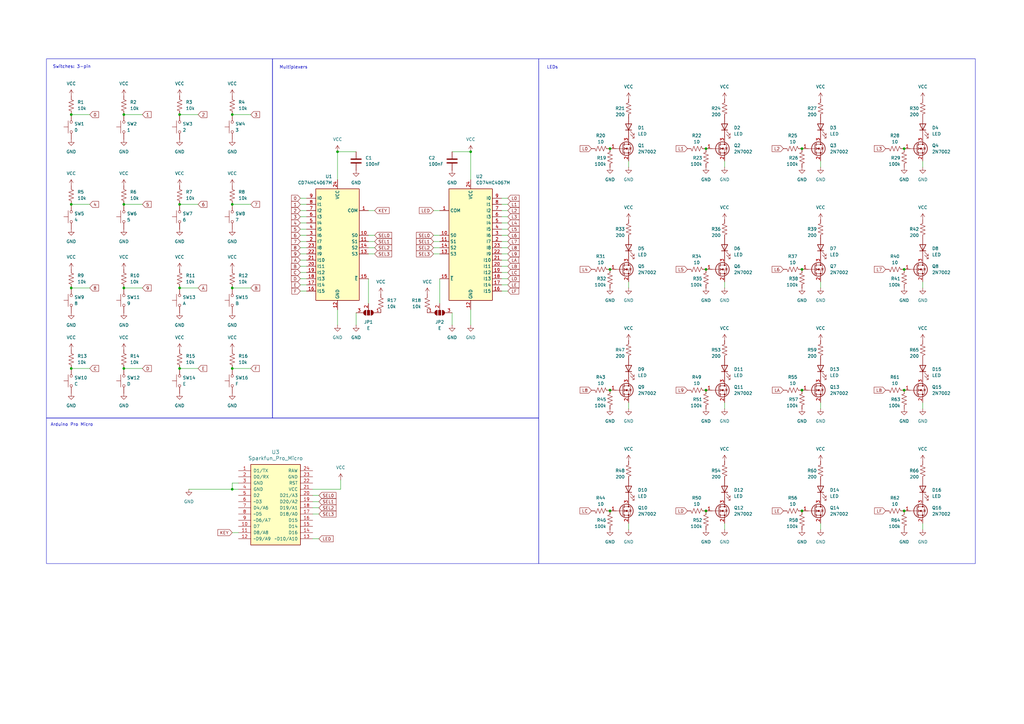
<source format=kicad_sch>
(kicad_sch (version 20250114) (generator "eeschema") (generator_version "9.0")
  (paper "A3")
  (title_block (title "freeMacro rev. 1") (date "2025-03-25") (company "Dominik Kuzniarz aka pentodeman"))
  (rectangle (start 19.05 24.13) (end 111.76 171.45))
  (rectangle (start 19.05 171.45) (end 220.98 231.14))
  (rectangle (start 111.76 24.13) (end 220.98 171.45))
  (rectangle (start 220.98 24.13) (end 400.05 231.14))
  (text "Multiplexers" (at 120.396 27.686 0) (effects (font (size 1.27 1.27))))
  (text "Switches: 3-pin" (at 29.464 27.432 0) (effects (font (size 1.27 1.27))))
  (text "LEDs" (at 226.568 27.686 0) (effects (font (size 1.27 1.27))))
  (text "Arduino Pro Micro" (at 29.464 174.244 0) (effects (font (size 1.27 1.27))))
  (junction (at 50.8 151.13))
  (junction (at 289.56 110.49))
  (junction (at 250.19 160.02))
  (junction (at 29.21 151.13))
  (junction (at 50.8 46.99))
  (junction (at 73.66 118.11))
  (junction (at 250.19 110.49))
  (junction (at 250.19 60.96))
  (junction (at 138.43 62.23))
  (junction (at 95.25 118.11))
  (junction (at 193.04 62.23))
  (junction (at 289.56 160.02))
  (junction (at 289.56 209.55))
  (junction (at 250.19 209.55))
  (junction (at 370.84 209.55))
  (junction (at 95.25 151.13))
  (junction (at 370.84 160.02))
  (junction (at 328.93 209.55))
  (junction (at 50.8 118.11))
  (junction (at 328.93 160.02))
  (junction (at 370.84 60.96))
  (junction (at 328.93 110.49))
  (junction (at 29.21 118.11))
  (junction (at 95.25 46.99))
  (junction (at 73.66 46.99))
  (junction (at 95.25 83.82))
  (junction (at 328.93 60.96))
  (junction (at 29.21 83.82))
  (junction (at 289.56 60.96))
  (junction (at 50.8 83.82))
  (junction (at 29.21 46.99))
  (junction (at 73.66 151.13))
  (junction (at 95.25 200.66))
  (junction (at 73.66 83.82))
  (junction (at 370.84 110.49))
  (wire (pts (xy 130.81 208.28) (xy 128.27 208.28)))
  (wire (pts (xy 151.13 114.3) (xy 151.13 124.46)))
  (wire (pts (xy 177.8 96.52) (xy 180.34 96.52)))
  (wire (pts (xy 123.19 106.68) (xy 125.73 106.68)))
  (wire (pts (xy 95.25 218.44) (xy 97.79 218.44)))
  (wire (pts (xy 138.43 133.35) (xy 138.43 127)))
  (wire (pts (xy 257.81 115.57) (xy 257.81 118.11)))
  (wire (pts (xy 378.46 214.63) (xy 378.46 217.17)))
  (wire (pts (xy 208.28 93.98) (xy 205.74 93.98)))
  (wire (pts (xy 138.43 62.23) (xy 146.05 62.23)))
  (wire (pts (xy 208.28 109.22) (xy 205.74 109.22)))
  (wire (pts (xy 77.47 200.66) (xy 95.25 200.66)))
  (wire (pts (xy 123.19 91.44) (xy 125.73 91.44)))
  (wire (pts (xy 177.8 104.14) (xy 180.34 104.14)))
  (wire (pts (xy 193.04 133.35) (xy 193.04 127)))
  (wire (pts (xy 95.25 198.12) (xy 95.25 200.66)))
  (wire (pts (xy 123.19 93.98) (xy 125.73 93.98)))
  (wire (pts (xy 123.19 81.28) (xy 125.73 81.28)))
  (wire (pts (xy 208.28 91.44) (xy 205.74 91.44)))
  (wire (pts (xy 185.42 133.35) (xy 185.42 128.27)))
  (wire (pts (xy 123.19 111.76) (xy 125.73 111.76)))
  (wire (pts (xy 123.19 83.82) (xy 125.73 83.82)))
  (wire (pts (xy 130.81 203.2) (xy 128.27 203.2)))
  (wire (pts (xy 208.28 83.82) (xy 205.74 83.82)))
  (wire (pts (xy 102.87 118.11) (xy 95.25 118.11)))
  (wire (pts (xy 123.19 96.52) (xy 125.73 96.52)))
  (wire (pts (xy 208.28 106.68) (xy 205.74 106.68)))
  (wire (pts (xy 123.19 101.6) (xy 125.73 101.6)))
  (wire (pts (xy 153.67 96.52) (xy 151.13 96.52)))
  (wire (pts (xy 81.28 83.82) (xy 73.66 83.82)))
  (wire (pts (xy 146.05 133.35) (xy 146.05 128.27)))
  (wire (pts (xy 139.7 200.66) (xy 128.27 200.66)))
  (wire (pts (xy 297.18 165.1) (xy 297.18 167.64)))
  (wire (pts (xy 208.28 88.9) (xy 205.74 88.9)))
  (wire (pts (xy 336.55 66.04) (xy 336.55 68.58)))
  (wire (pts (xy 36.83 83.82) (xy 29.21 83.82)))
  (wire (pts (xy 130.81 210.82) (xy 128.27 210.82)))
  (wire (pts (xy 130.81 220.98) (xy 128.27 220.98)))
  (wire (pts (xy 257.81 214.63) (xy 257.81 217.17)))
  (wire (pts (xy 102.87 151.13) (xy 95.25 151.13)))
  (wire (pts (xy 123.19 88.9) (xy 125.73 88.9)))
  (wire (pts (xy 102.87 83.82) (xy 95.25 83.82)))
  (wire (pts (xy 58.42 46.99) (xy 50.8 46.99)))
  (wire (pts (xy 208.28 81.28) (xy 205.74 81.28)))
  (wire (pts (xy 81.28 118.11) (xy 73.66 118.11)))
  (wire (pts (xy 139.7 196.85) (xy 139.7 200.66)))
  (wire (pts (xy 297.18 66.04) (xy 297.18 68.58)))
  (wire (pts (xy 208.28 99.06) (xy 205.74 99.06)))
  (wire (pts (xy 123.19 109.22) (xy 125.73 109.22)))
  (wire (pts (xy 177.8 101.6) (xy 180.34 101.6)))
  (wire (pts (xy 81.28 151.13) (xy 73.66 151.13)))
  (wire (pts (xy 208.28 96.52) (xy 205.74 96.52)))
  (wire (pts (xy 297.18 214.63) (xy 297.18 217.17)))
  (wire (pts (xy 378.46 165.1) (xy 378.46 167.64)))
  (wire (pts (xy 123.19 116.84) (xy 125.73 116.84)))
  (wire (pts (xy 138.43 62.23) (xy 138.43 73.66)))
  (wire (pts (xy 36.83 118.11) (xy 29.21 118.11)))
  (wire (pts (xy 153.67 86.36) (xy 151.13 86.36)))
  (wire (pts (xy 58.42 118.11) (xy 50.8 118.11)))
  (wire (pts (xy 378.46 66.04) (xy 378.46 68.58)))
  (wire (pts (xy 378.46 115.57) (xy 378.46 118.11)))
  (wire (pts (xy 257.81 66.04) (xy 257.81 68.58)))
  (wire (pts (xy 257.81 165.1) (xy 257.81 167.64)))
  (wire (pts (xy 153.67 104.14) (xy 151.13 104.14)))
  (wire (pts (xy 58.42 151.13) (xy 50.8 151.13)))
  (wire (pts (xy 123.19 86.36) (xy 125.73 86.36)))
  (wire (pts (xy 123.19 99.06) (xy 125.73 99.06)))
  (wire (pts (xy 36.83 151.13) (xy 29.21 151.13)))
  (wire (pts (xy 208.28 114.3) (xy 205.74 114.3)))
  (wire (pts (xy 130.81 205.74) (xy 128.27 205.74)))
  (wire (pts (xy 208.28 101.6) (xy 205.74 101.6)))
  (wire (pts (xy 208.28 111.76) (xy 205.74 111.76)))
  (wire (pts (xy 336.55 214.63) (xy 336.55 217.17)))
  (wire (pts (xy 97.79 198.12) (xy 95.25 198.12)))
  (wire (pts (xy 208.28 86.36) (xy 205.74 86.36)))
  (wire (pts (xy 336.55 165.1) (xy 336.55 167.64)))
  (wire (pts (xy 208.28 119.38) (xy 205.74 119.38)))
  (wire (pts (xy 58.42 83.82) (xy 50.8 83.82)))
  (wire (pts (xy 81.28 46.99) (xy 73.66 46.99)))
  (wire (pts (xy 297.18 115.57) (xy 297.18 118.11)))
  (wire (pts (xy 102.87 46.99) (xy 95.25 46.99)))
  (wire (pts (xy 123.19 104.14) (xy 125.73 104.14)))
  (wire (pts (xy 193.04 62.23) (xy 193.04 73.66)))
  (wire (pts (xy 177.8 99.06) (xy 180.34 99.06)))
  (wire (pts (xy 153.67 99.06) (xy 151.13 99.06)))
  (wire (pts (xy 177.8 86.36) (xy 180.34 86.36)))
  (wire (pts (xy 208.28 116.84) (xy 205.74 116.84)))
  (wire (pts (xy 36.83 46.99) (xy 29.21 46.99)))
  (wire (pts (xy 336.55 115.57) (xy 336.55 118.11)))
  (wire (pts (xy 180.34 114.3) (xy 180.34 124.46)))
  (wire (pts (xy 95.25 200.66) (xy 97.79 200.66)))
  (wire (pts (xy 185.42 62.23) (xy 193.04 62.23)))
  (wire (pts (xy 123.19 119.38) (xy 125.73 119.38)))
  (wire (pts (xy 123.19 114.3) (xy 125.73 114.3)))
  (wire (pts (xy 153.67 101.6) (xy 151.13 101.6)))
  (wire (pts (xy 208.28 104.14) (xy 205.74 104.14)))
  (global_label "C" (shape input) (at 36.83 151.13 0) (property "Intersheetrefs" "${INTERSHEET_REFS}" (effects (hide yes))))
  (global_label "8" (shape input) (at 36.83 118.11 0) (property "Intersheetrefs" "${INTERSHEET_REFS}" (effects (hide yes))))
  (global_label "2" (shape input) (at 123.19 86.36 180) (property "Intersheetrefs" "${INTERSHEET_REFS}" (effects (hide yes))))
  (global_label "3" (shape input) (at 123.19 88.9 180) (property "Intersheetrefs" "${INTERSHEET_REFS}" (effects (hide yes))))
  (global_label "9" (shape input) (at 123.19 104.14 180) (property "Intersheetrefs" "${INTERSHEET_REFS}" (effects (hide yes))))
  (global_label "3" (shape input) (at 102.87 46.99 0) (property "Intersheetrefs" "${INTERSHEET_REFS}" (effects (hide yes))))
  (global_label "LC" (shape input) (at 242.57 209.55 180) (property "Intersheetrefs" "${INTERSHEET_REFS}" (effects (hide yes))))
  (global_label "SEL1" (shape input) (at 130.81 205.74 0) (property "Intersheetrefs" "${INTERSHEET_REFS}" (effects (hide yes))))
  (global_label "6" (shape input) (at 123.19 96.52 180) (property "Intersheetrefs" "${INTERSHEET_REFS}" (effects (hide yes))))
  (global_label "LA" (shape input) (at 208.28 106.68 0) (property "Intersheetrefs" "${INTERSHEET_REFS}" (effects (hide yes))))
  (global_label "A" (shape input) (at 81.28 118.11 0) (property "Intersheetrefs" "${INTERSHEET_REFS}" (effects (hide yes))))
  (global_label "D" (shape input) (at 123.19 114.3 180) (property "Intersheetrefs" "${INTERSHEET_REFS}" (effects (hide yes))))
  (global_label "8" (shape input) (at 123.19 101.6 180) (property "Intersheetrefs" "${INTERSHEET_REFS}" (effects (hide yes))))
  (global_label "LB" (shape input) (at 363.22 160.02 180) (property "Intersheetrefs" "${INTERSHEET_REFS}" (effects (hide yes))))
  (global_label "L3" (shape input) (at 363.22 60.96 180) (property "Intersheetrefs" "${INTERSHEET_REFS}" (effects (hide yes))))
  (global_label "9" (shape input) (at 58.42 118.11 0) (property "Intersheetrefs" "${INTERSHEET_REFS}" (effects (hide yes))))
  (global_label "7" (shape input) (at 123.19 99.06 180) (property "Intersheetrefs" "${INTERSHEET_REFS}" (effects (hide yes))))
  (global_label "SEL2" (shape input) (at 130.81 208.28 0) (property "Intersheetrefs" "${INTERSHEET_REFS}" (effects (hide yes))))
  (global_label "L9" (shape input) (at 208.28 104.14 0) (property "Intersheetrefs" "${INTERSHEET_REFS}" (effects (hide yes))))
  (global_label "L2" (shape input) (at 208.28 86.36 0) (property "Intersheetrefs" "${INTERSHEET_REFS}" (effects (hide yes))))
  (global_label "SEL3" (shape input) (at 177.8 104.14 180) (property "Intersheetrefs" "${INTERSHEET_REFS}" (effects (hide yes))))
  (global_label "2" (shape input) (at 81.28 46.99 0) (property "Intersheetrefs" "${INTERSHEET_REFS}" (effects (hide yes))))
  (global_label "B" (shape input) (at 102.87 118.11 0) (property "Intersheetrefs" "${INTERSHEET_REFS}" (effects (hide yes))))
  (global_label "KEY" (shape input) (at 95.25 218.44 180) (property "Intersheetrefs" "${INTERSHEET_REFS}" (effects (hide yes))))
  (global_label "7" (shape input) (at 102.87 83.82 0) (property "Intersheetrefs" "${INTERSHEET_REFS}" (effects (hide yes))))
  (global_label "SEL0" (shape input) (at 130.81 203.2 0) (property "Intersheetrefs" "${INTERSHEET_REFS}" (effects (hide yes))))
  (global_label "0" (shape input) (at 123.19 81.28 180) (property "Intersheetrefs" "${INTERSHEET_REFS}" (effects (hide yes))))
  (global_label "1" (shape input) (at 58.42 46.99 0) (property "Intersheetrefs" "${INTERSHEET_REFS}" (effects (hide yes))))
  (global_label "4" (shape input) (at 36.83 83.82 0) (property "Intersheetrefs" "${INTERSHEET_REFS}" (effects (hide yes))))
  (global_label "0" (shape input) (at 36.83 46.99 0) (property "Intersheetrefs" "${INTERSHEET_REFS}" (effects (hide yes))))
  (global_label "L4" (shape input) (at 242.57 110.49 180) (property "Intersheetrefs" "${INTERSHEET_REFS}" (effects (hide yes))))
  (global_label "LB" (shape input) (at 208.28 109.22 0) (property "Intersheetrefs" "${INTERSHEET_REFS}" (effects (hide yes))))
  (global_label "L7" (shape input) (at 363.22 110.49 180) (property "Intersheetrefs" "${INTERSHEET_REFS}" (effects (hide yes))))
  (global_label "A" (shape input) (at 123.19 106.68 180) (property "Intersheetrefs" "${INTERSHEET_REFS}" (effects (hide yes))))
  (global_label "LE" (shape input) (at 208.28 116.84 0) (property "Intersheetrefs" "${INTERSHEET_REFS}" (effects (hide yes))))
  (global_label "L6" (shape input) (at 321.31 110.49 180) (property "Intersheetrefs" "${INTERSHEET_REFS}" (effects (hide yes))))
  (global_label "SEL3" (shape input) (at 153.67 104.14 0) (property "Intersheetrefs" "${INTERSHEET_REFS}" (effects (hide yes))))
  (global_label "L1" (shape input) (at 208.28 83.82 0) (property "Intersheetrefs" "${INTERSHEET_REFS}" (effects (hide yes))))
  (global_label "L5" (shape input) (at 281.94 110.49 180) (property "Intersheetrefs" "${INTERSHEET_REFS}" (effects (hide yes))))
  (global_label "LD" (shape input) (at 281.94 209.55 180) (property "Intersheetrefs" "${INTERSHEET_REFS}" (effects (hide yes))))
  (global_label "LE" (shape input) (at 321.31 209.55 180) (property "Intersheetrefs" "${INTERSHEET_REFS}" (effects (hide yes))))
  (global_label "6" (shape input) (at 81.28 83.82 0) (property "Intersheetrefs" "${INTERSHEET_REFS}" (effects (hide yes))))
  (global_label "LA" (shape input) (at 321.31 160.02 180) (property "Intersheetrefs" "${INTERSHEET_REFS}" (effects (hide yes))))
  (global_label "LED" (shape input) (at 177.8 86.36 180) (property "Intersheetrefs" "${INTERSHEET_REFS}" (effects (hide yes))))
  (global_label "L9" (shape input) (at 281.94 160.02 180) (property "Intersheetrefs" "${INTERSHEET_REFS}" (effects (hide yes))))
  (global_label "SEL3" (shape input) (at 130.81 210.82 0) (property "Intersheetrefs" "${INTERSHEET_REFS}" (effects (hide yes))))
  (global_label "SEL1" (shape input) (at 177.8 99.06 180) (property "Intersheetrefs" "${INTERSHEET_REFS}" (effects (hide yes))))
  (global_label "5" (shape input) (at 123.19 93.98 180) (property "Intersheetrefs" "${INTERSHEET_REFS}" (effects (hide yes))))
  (global_label "F" (shape input) (at 102.87 151.13 0) (property "Intersheetrefs" "${INTERSHEET_REFS}" (effects (hide yes))))
  (global_label "LF" (shape input) (at 363.22 209.55 180) (property "Intersheetrefs" "${INTERSHEET_REFS}" (effects (hide yes))))
  (global_label "LED" (shape input) (at 130.81 220.98 0) (property "Intersheetrefs" "${INTERSHEET_REFS}" (effects (hide yes))))
  (global_label "KEY" (shape input) (at 153.67 86.36 0) (property "Intersheetrefs" "${INTERSHEET_REFS}" (effects (hide yes))))
  (global_label "F" (shape input) (at 123.19 119.38 180) (property "Intersheetrefs" "${INTERSHEET_REFS}" (effects (hide yes))))
  (global_label "SEL2" (shape input) (at 153.67 101.6 0) (property "Intersheetrefs" "${INTERSHEET_REFS}" (effects (hide yes))))
  (global_label "L8" (shape input) (at 242.57 160.02 180) (property "Intersheetrefs" "${INTERSHEET_REFS}" (effects (hide yes))))
  (global_label "1" (shape input) (at 123.19 83.82 180) (property "Intersheetrefs" "${INTERSHEET_REFS}" (effects (hide yes))))
  (global_label "L7" (shape input) (at 208.28 99.06 0) (property "Intersheetrefs" "${INTERSHEET_REFS}" (effects (hide yes))))
  (global_label "L4" (shape input) (at 208.28 91.44 0) (property "Intersheetrefs" "${INTERSHEET_REFS}" (effects (hide yes))))
  (global_label "LC" (shape input) (at 208.28 111.76 0) (property "Intersheetrefs" "${INTERSHEET_REFS}" (effects (hide yes))))
  (global_label "SEL2" (shape input) (at 177.8 101.6 180) (property "Intersheetrefs" "${INTERSHEET_REFS}" (effects (hide yes))))
  (global_label "4" (shape input) (at 123.19 91.44 180) (property "Intersheetrefs" "${INTERSHEET_REFS}" (effects (hide yes))))
  (global_label "L5" (shape input) (at 208.28 93.98 0) (property "Intersheetrefs" "${INTERSHEET_REFS}" (effects (hide yes))))
  (global_label "5" (shape input) (at 58.42 83.82 0) (property "Intersheetrefs" "${INTERSHEET_REFS}" (effects (hide yes))))
  (global_label "L3" (shape input) (at 208.28 88.9 0) (property "Intersheetrefs" "${INTERSHEET_REFS}" (effects (hide yes))))
  (global_label "L0" (shape input) (at 208.28 81.28 0) (property "Intersheetrefs" "${INTERSHEET_REFS}" (effects (hide yes))))
  (global_label "L1" (shape input) (at 281.94 60.96 180) (property "Intersheetrefs" "${INTERSHEET_REFS}" (effects (hide yes))))
  (global_label "D" (shape input) (at 58.42 151.13 0) (property "Intersheetrefs" "${INTERSHEET_REFS}" (effects (hide yes))))
  (global_label "E" (shape input) (at 81.28 151.13 0) (property "Intersheetrefs" "${INTERSHEET_REFS}" (effects (hide yes))))
  (global_label "E" (shape input) (at 123.19 116.84 180) (property "Intersheetrefs" "${INTERSHEET_REFS}" (effects (hide yes))))
  (global_label "L2" (shape input) (at 321.31 60.96 180) (property "Intersheetrefs" "${INTERSHEET_REFS}" (effects (hide yes))))
  (global_label "B" (shape input) (at 123.19 109.22 180) (property "Intersheetrefs" "${INTERSHEET_REFS}" (effects (hide yes))))
  (global_label "L8" (shape input) (at 208.28 101.6 0) (property "Intersheetrefs" "${INTERSHEET_REFS}" (effects (hide yes))))
  (global_label "C" (shape input) (at 123.19 111.76 180) (property "Intersheetrefs" "${INTERSHEET_REFS}" (effects (hide yes))))
  (global_label "LD" (shape input) (at 208.28 114.3 0) (property "Intersheetrefs" "${INTERSHEET_REFS}" (effects (hide yes))))
  (global_label "SEL1" (shape input) (at 153.67 99.06 0) (property "Intersheetrefs" "${INTERSHEET_REFS}" (effects (hide yes))))
  (global_label "L6" (shape input) (at 208.28 96.52 0) (property "Intersheetrefs" "${INTERSHEET_REFS}" (effects (hide yes))))
  (global_label "SEL0" (shape input) (at 153.67 96.52 0) (property "Intersheetrefs" "${INTERSHEET_REFS}" (effects (hide yes))))
  (global_label "SEL0" (shape input) (at 177.8 96.52 180) (property "Intersheetrefs" "${INTERSHEET_REFS}" (effects (hide yes))))
  (global_label "L0" (shape input) (at 242.57 60.96 180) (property "Intersheetrefs" "${INTERSHEET_REFS}" (effects (hide yes))))
  (global_label "LF" (shape input) (at 208.28 119.38 0) (property "Intersheetrefs" "${INTERSHEET_REFS}" (effects (hide yes))))
  (symbol (lib_id "Device:R_US") (at 50.8 80.01 0) (unit 1)
    (property "Reference" "R6" (at 53.34 78.7399 0) (effects (justify left)))
    (property "Value" "10k" (at 53.34 81.2799 0) (effects (justify left)))
    (property "Footprint" "Resistor_SMD:R_0603_1608Metric_Pad0.98x0.95mm_HandSolder" (effects (hide yes)))
    (property "Description" "Resistor, US symbol" (effects (hide yes)))
  )
  (symbol (lib_id "Device:R_US") (at 95.25 43.18 0) (unit 1)
    (property "Reference" "R4" (at 97.79 41.9099 0) (effects (justify left)))
    (property "Value" "10k" (at 97.79 44.4499 0) (effects (justify left)))
    (property "Footprint" "Resistor_SMD:R_0603_1608Metric_Pad0.98x0.95mm_HandSolder" (effects (hide yes)))
    (property "Description" "Resistor, US symbol" (effects (hide yes)))
  )
  (symbol (lib_id "power:GND") (at 250.19 167.64 0) (unit 1)
    (property "Reference" "#PWR067" (effects (hide yes)))
    (property "Value" "GND" (at 250.19 172.72 0))
    (property "Description" "Power symbol creates a global label with name \"GND\" , ground" (effects (hide yes)))
  )
  (symbol (lib_id "Device:R_US") (at 370.84 213.36 0) (mirror y) (unit 1)
    (property "Reference" "R64" (at 369.316 213.36 0) (effects (justify left)))
    (property "Value" "100k" (at 369.316 215.9 0) (effects (justify left)))
    (property "Footprint" "Resistor_SMD:R_0603_1608Metric_Pad0.98x0.95mm_HandSolder" (effects (hide yes)))
    (property "Description" "Resistor, US symbol" (effects (hide yes)))
  )
  (symbol (lib_id "power:GND") (at 250.19 68.58 0) (unit 1)
    (property "Reference" "#PWR043" (effects (hide yes)))
    (property "Value" "GND" (at 250.19 73.66 0))
    (property "Description" "Power symbol creates a global label with name \"GND\" , ground" (effects (hide yes)))
  )
  (symbol (lib_id "Device:R_US") (at 328.93 114.3 0) (mirror y) (unit 1)
    (property "Reference" "R38" (at 327.406 114.3 0) (effects (justify left)))
    (property "Value" "100k" (at 327.406 116.84 0) (effects (justify left)))
    (property "Footprint" "Resistor_SMD:R_0603_1608Metric_Pad0.98x0.95mm_HandSolder" (effects (hide yes)))
    (property "Description" "Resistor, US symbol" (effects (hide yes)))
  )
  (symbol (lib_id "Device:LED") (at 336.55 151.13 90) (unit 1)
    (property "Reference" "D13" (at 340.36 151.4474 90) (effects (justify right)))
    (property "Value" "LED" (at 340.36 153.9874 90) (effects (justify right)))
    (property "Footprint" "LED_THT:LED_D3.0mm" (effects (hide yes)))
    (property "Description" "Light emitting diode" (effects (hide yes)))
  )
  (symbol (lib_id "Transistor_FET:2N7002") (at 294.64 209.55 0) (unit 1)
    (property "Reference" "Q12" (at 300.99 208.2799 0) (effects (justify left)))
    (property "Value" "2N7002" (at 300.99 210.8199 0) (effects (justify left)))
    (property "Footprint" "Package_TO_SOT_SMD:SOT-23" (effects (hide yes)))
    (property "Datasheet" "https://www.onsemi.com/pub/Collateral/NDS7002A-D.PDF" (effects (hide yes)))
    (property "Description" "0.115A Id, 60V Vds, N-Channel MOSFET, SOT-23" (effects (hide yes)))
  )
  (symbol (lib_id "Device:R_US") (at 246.38 160.02 90) (mirror x) (unit 1)
    (property "Reference" "R43" (at 246.38 154.686 90))
    (property "Value" "10" (at 246.38 157.226 90))
    (property "Footprint" "Resistor_SMD:R_0603_1608Metric_Pad0.98x0.95mm_HandSolder" (effects (hide yes)))
    (property "Description" "Resistor, US symbol" (effects (hide yes)))
  )
  (symbol (lib_id "Switch:SW_Push") (at 50.8 123.19 90) (unit 1) (in_bom no)
    (property "Reference" "SW11" (at 52.07 121.9199 90) (effects (justify right)))
    (property "Value" "9" (at 52.07 124.4599 90) (effects (justify right)))
    (property "Footprint" "Button_Switch_Keyboard:SW_Cherry_MX_1.00u_Plate" (effects (hide yes)))
    (property "Description" "Push button switch, generic, two pins" (effects (hide yes)))
  )
  (symbol (lib_id "Device:R_US") (at 297.18 93.98 0) (mirror y) (unit 1)
    (property "Reference" "R36" (at 295.656 93.98 0) (effects (justify left)))
    (property "Value" "200" (at 295.656 96.52 0) (effects (justify left)))
    (property "Footprint" "Resistor_SMD:R_0603_1608Metric_Pad0.98x0.95mm_HandSolder" (effects (hide yes)))
    (property "Description" "Resistor, US symbol" (effects (hide yes)))
  )
  (symbol (lib_id "Transistor_FET:2N7002") (at 294.64 160.02 0) (unit 1)
    (property "Reference" "Q11" (at 300.99 158.7499 0) (effects (justify left)))
    (property "Value" "2N7002" (at 300.99 161.2899 0) (effects (justify left)))
    (property "Footprint" "Package_TO_SOT_SMD:SOT-23" (effects (hide yes)))
    (property "Datasheet" "https://www.onsemi.com/pub/Collateral/NDS7002A-D.PDF" (effects (hide yes)))
    (property "Description" "0.115A Id, 60V Vds, N-Channel MOSFET, SOT-23" (effects (hide yes)))
  )
  (symbol (lib_id "Device:R_US") (at 250.19 114.3 0) (mirror y) (unit 1)
    (property "Reference" "R32" (at 248.666 114.3 0) (effects (justify left)))
    (property "Value" "100k" (at 248.666 116.84 0) (effects (justify left)))
    (property "Footprint" "Resistor_SMD:R_0603_1608Metric_Pad0.98x0.95mm_HandSolder" (effects (hide yes)))
    (property "Description" "Resistor, US symbol" (effects (hide yes)))
  )
  (symbol (lib_id "power:VCC") (at 378.46 90.17 0) (unit 1)
    (property "Reference" "#PWR065" (effects (hide yes)))
    (property "Value" "VCC" (at 378.46 85.09 0))
    (property "Description" "Power symbol creates a global label with name \"VCC\"" (effects (hide yes)))
  )
  (symbol (lib_id "power:GND") (at 250.19 118.11 0) (unit 1)
    (property "Reference" "#PWR055" (effects (hide yes)))
    (property "Value" "GND" (at 250.19 123.19 0))
    (property "Description" "Power symbol creates a global label with name \"GND\" , ground" (effects (hide yes)))
  )
  (symbol (lib_id "power:GND") (at 138.43 133.35 0) (unit 1)
    (property "Reference" "#PWR034" (effects (hide yes)))
    (property "Value" "GND" (at 138.43 138.43 0))
    (property "Description" "Power symbol creates a global label with name \"GND\" , ground" (effects (hide yes)))
  )
  (symbol (lib_id "power:GND") (at 378.46 68.58 0) (unit 1)
    (property "Reference" "#PWR054" (effects (hide yes)))
    (property "Value" "GND" (at 378.46 73.66 0))
    (property "Description" "Power symbol creates a global label with name \"GND\" , ground" (effects (hide yes)))
  )
  (symbol (lib_id "power:GND") (at 336.55 118.11 0) (unit 1)
    (property "Reference" "#PWR063" (effects (hide yes)))
    (property "Value" "GND" (at 336.55 123.19 0))
    (property "Description" "Power symbol creates a global label with name \"GND\" , ground" (effects (hide yes)))
  )
  (symbol (lib_id "Device:R_US") (at 175.26 124.46 0) (mirror y) (unit 1)
    (property "Reference" "R18" (at 172.72 123.1899 0) (effects (justify left)))
    (property "Value" "10k" (at 172.72 125.7299 0) (effects (justify left)))
    (property "Footprint" "Resistor_SMD:R_0603_1608Metric_Pad0.98x0.95mm_HandSolder" (effects (hide yes)))
    (property "Description" "Resistor, US symbol" (effects (hide yes)))
  )
  (symbol (lib_id "Device:R_US") (at 73.66 80.01 0) (unit 1)
    (property "Reference" "R7" (at 76.2 78.7399 0) (effects (justify left)))
    (property "Value" "10k" (at 76.2 81.2799 0) (effects (justify left)))
    (property "Footprint" "Resistor_SMD:R_0603_1608Metric_Pad0.98x0.95mm_HandSolder" (effects (hide yes)))
    (property "Description" "Resistor, US symbol" (effects (hide yes)))
  )
  (symbol (lib_id "power:VCC") (at 95.25 39.37 0) (unit 1)
    (property "Reference" "#PWR032" (effects (hide yes)))
    (property "Value" "VCC" (at 95.25 34.29 0))
    (property "Description" "Power symbol creates a global label with name \"VCC\"" (effects (hide yes)))
  )
  (symbol (lib_id "power:VCC") (at 378.46 139.7 0) (unit 1)
    (property "Reference" "#PWR087" (effects (hide yes)))
    (property "Value" "VCC" (at 378.46 134.62 0))
    (property "Description" "Power symbol creates a global label with name \"VCC\"" (effects (hide yes)))
  )
  (symbol (lib_id "power:GND") (at 297.18 68.58 0) (unit 1)
    (property "Reference" "#PWR048" (effects (hide yes)))
    (property "Value" "GND" (at 297.18 73.66 0))
    (property "Description" "Power symbol creates a global label with name \"GND\" , ground" (effects (hide yes)))
  )
  (symbol (lib_id "power:GND") (at 146.05 133.35 0) (unit 1)
    (property "Reference" "#PWR035" (effects (hide yes)))
    (property "Value" "GND" (at 146.05 138.43 0))
    (property "Description" "Power symbol creates a global label with name \"GND\" , ground" (effects (hide yes)))
  )
  (symbol (lib_id "Device:R_US") (at 336.55 143.51 0) (mirror y) (unit 1)
    (property "Reference" "R59" (at 335.026 143.51 0) (effects (justify left)))
    (property "Value" "200" (at 335.026 146.05 0) (effects (justify left)))
    (property "Footprint" "Resistor_SMD:R_0603_1608Metric_Pad0.98x0.95mm_HandSolder" (effects (hide yes)))
    (property "Description" "Resistor, US symbol" (effects (hide yes)))
  )
  (symbol (lib_id "Device:R_US") (at 50.8 147.32 0) (unit 1)
    (property "Reference" "R14" (at 53.34 146.0499 0) (effects (justify left)))
    (property "Value" "10k" (at 53.34 148.5899 0) (effects (justify left)))
    (property "Footprint" "Resistor_SMD:R_0603_1608Metric_Pad0.98x0.95mm_HandSolder" (effects (hide yes)))
    (property "Description" "Resistor, US symbol" (effects (hide yes)))
  )
  (symbol (lib_id "Device:R_US") (at 95.25 80.01 0) (unit 1)
    (property "Reference" "R8" (at 97.79 78.7399 0) (effects (justify left)))
    (property "Value" "10k" (at 97.79 81.2799 0) (effects (justify left)))
    (property "Footprint" "Resistor_SMD:R_0603_1608Metric_Pad0.98x0.95mm_HandSolder" (effects (hide yes)))
    (property "Description" "Resistor, US symbol" (effects (hide yes)))
  )
  (symbol (lib_id "Device:R_US") (at 29.21 43.18 0) (unit 1)
    (property "Reference" "R1" (at 31.75 41.9099 0) (effects (justify left)))
    (property "Value" "10k" (at 31.75 44.4499 0) (effects (justify left)))
    (property "Footprint" "Resistor_SMD:R_0603_1608Metric_Pad0.98x0.95mm_HandSolder" (effects (hide yes)))
    (property "Description" "Resistor, US symbol" (effects (hide yes)))
  )
  (symbol (lib_id "power:GND") (at 289.56 217.17 0) (unit 1)
    (property "Reference" "#PWR074" (effects (hide yes)))
    (property "Value" "GND" (at 289.56 222.25 0))
    (property "Description" "Power symbol creates a global label with name \"GND\" , ground" (effects (hide yes)))
  )
  (symbol (lib_id "power:GND") (at 73.66 161.29 0) (unit 1)
    (property "Reference" "#PWR015" (effects (hide yes)))
    (property "Value" "GND" (at 73.66 166.37 0))
    (property "Description" "Power symbol creates a global label with name \"GND\" , ground" (effects (hide yes)))
  )
  (symbol (lib_id "Device:R_US") (at 285.75 160.02 90) (mirror x) (unit 1)
    (property "Reference" "R49" (at 285.75 154.686 90))
    (property "Value" "10" (at 285.75 157.226 90))
    (property "Footprint" "Resistor_SMD:R_0603_1608Metric_Pad0.98x0.95mm_HandSolder" (effects (hide yes)))
    (property "Description" "Resistor, US symbol" (effects (hide yes)))
  )
  (symbol (lib_id "Device:R_US") (at 325.12 110.49 90) (mirror x) (unit 1)
    (property "Reference" "R37" (at 325.12 105.156 90))
    (property "Value" "10" (at 325.12 107.696 90))
    (property "Footprint" "Resistor_SMD:R_0603_1608Metric_Pad0.98x0.95mm_HandSolder" (effects (hide yes)))
    (property "Description" "Resistor, US symbol" (effects (hide yes)))
  )
  (symbol (lib_id "power:GND") (at 77.47 200.66 0) (unit 1)
    (property "Reference" "#PWR092" (effects (hide yes)))
    (property "Value" "GND" (at 77.47 205.74 0))
    (property "Description" "Power symbol creates a global label with name \"GND\" , ground" (effects (hide yes)))
  )
  (symbol (lib_id "power:GND") (at 328.93 118.11 0) (unit 1)
    (property "Reference" "#PWR061" (effects (hide yes)))
    (property "Value" "GND" (at 328.93 123.19 0))
    (property "Description" "Power symbol creates a global label with name \"GND\" , ground" (effects (hide yes)))
  )
  (symbol (lib_id "Switch:SW_Push") (at 73.66 123.19 90) (unit 1) (in_bom no)
    (property "Reference" "SW13" (at 74.93 121.9199 90) (effects (justify right)))
    (property "Value" "A" (at 74.93 124.4599 90) (effects (justify right)))
    (property "Footprint" "Button_Switch_Keyboard:SW_Cherry_MX_1.00u_Plate" (effects (hide yes)))
    (property "Description" "Push button switch, generic, two pins" (effects (hide yes)))
  )
  (symbol (lib_id "Switch:SW_Push") (at 73.66 88.9 90) (unit 1) (in_bom no)
    (property "Reference" "SW7" (at 74.93 87.6299 90) (effects (justify right)))
    (property "Value" "6" (at 74.93 90.1699 90) (effects (justify right)))
    (property "Footprint" "Button_Switch_Keyboard:SW_Cherry_MX_1.00u_Plate" (effects (hide yes)))
    (property "Description" "Push button switch, generic, two pins" (effects (hide yes)))
  )
  (symbol (lib_id "Device:R_US") (at 289.56 64.77 0) (mirror y) (unit 1)
    (property "Reference" "R23" (at 288.036 64.77 0) (effects (justify left)))
    (property "Value" "100k" (at 288.036 67.31 0) (effects (justify left)))
    (property "Footprint" "Resistor_SMD:R_0603_1608Metric_Pad0.98x0.95mm_HandSolder" (effects (hide yes)))
    (property "Description" "Resistor, US symbol" (effects (hide yes)))
  )
  (symbol (lib_id "power:GND") (at 95.25 93.98 0) (unit 1)
    (property "Reference" "#PWR08" (effects (hide yes)))
    (property "Value" "GND" (at 95.25 99.06 0))
    (property "Description" "Power symbol creates a global label with name \"GND\" , ground" (effects (hide yes)))
  )
  (symbol (lib_id "power:VCC") (at 257.81 90.17 0) (unit 1)
    (property "Reference" "#PWR056" (effects (hide yes)))
    (property "Value" "VCC" (at 257.81 85.09 0))
    (property "Description" "Power symbol creates a global label with name \"VCC\"" (effects (hide yes)))
  )
  (symbol (lib_id "power:GND") (at 257.81 217.17 0) (unit 1)
    (property "Reference" "#PWR072" (effects (hide yes)))
    (property "Value" "GND" (at 257.81 222.25 0))
    (property "Description" "Power symbol creates a global label with name \"GND\" , ground" (effects (hide yes)))
  )
  (symbol (lib_id "Device:LED") (at 257.81 151.13 90) (unit 1)
    (property "Reference" "D9" (at 261.62 151.4474 90) (effects (justify right)))
    (property "Value" "LED" (at 261.62 153.9874 90) (effects (justify right)))
    (property "Footprint" "LED_THT:LED_D3.0mm" (effects (hide yes)))
    (property "Description" "Light emitting diode" (effects (hide yes)))
  )
  (symbol (lib_id "power:GND") (at 257.81 68.58 0) (unit 1)
    (property "Reference" "#PWR044" (effects (hide yes)))
    (property "Value" "GND" (at 257.81 73.66 0))
    (property "Description" "Power symbol creates a global label with name \"GND\" , ground" (effects (hide yes)))
  )
  (symbol (lib_id "power:VCC") (at 29.21 143.51 0) (unit 1)
    (property "Reference" "#PWR020" (effects (hide yes)))
    (property "Value" "VCC" (at 29.21 138.43 0))
    (property "Description" "Power symbol creates a global label with name \"VCC\"" (effects (hide yes)))
  )
  (symbol (lib_id "Device:R_US") (at 370.84 64.77 0) (mirror y) (unit 1)
    (property "Reference" "R29" (at 369.316 64.77 0) (effects (justify left)))
    (property "Value" "100k" (at 369.316 67.31 0) (effects (justify left)))
    (property "Footprint" "Resistor_SMD:R_0603_1608Metric_Pad0.98x0.95mm_HandSolder" (effects (hide yes)))
    (property "Description" "Resistor, US symbol" (effects (hide yes)))
  )
  (symbol (lib_id "power:GND") (at 73.66 128.27 0) (unit 1)
    (property "Reference" "#PWR011" (effects (hide yes)))
    (property "Value" "GND" (at 73.66 133.35 0))
    (property "Description" "Power symbol creates a global label with name \"GND\" , ground" (effects (hide yes)))
  )
  (symbol (lib_id "Device:R_US") (at 50.8 43.18 0) (unit 1)
    (property "Reference" "R2" (at 53.34 41.9099 0) (effects (justify left)))
    (property "Value" "10k" (at 53.34 44.4499 0) (effects (justify left)))
    (property "Footprint" "Resistor_SMD:R_0603_1608Metric_Pad0.98x0.95mm_HandSolder" (effects (hide yes)))
    (property "Description" "Resistor, US symbol" (effects (hide yes)))
  )
  (symbol (lib_id "power:VCC") (at 50.8 39.37 0) (unit 1)
    (property "Reference" "#PWR030" (effects (hide yes)))
    (property "Value" "VCC" (at 50.8 34.29 0))
    (property "Description" "Power symbol creates a global label with name \"VCC\"" (effects (hide yes)))
  )
  (symbol (lib_id "Device:LED") (at 336.55 52.07 90) (unit 1)
    (property "Reference" "D3" (at 340.36 52.3874 90) (effects (justify right)))
    (property "Value" "LED" (at 340.36 54.9274 90) (effects (justify right)))
    (property "Footprint" "LED_THT:LED_D3.0mm" (effects (hide yes)))
    (property "Description" "Light emitting diode" (effects (hide yes)))
  )
  (symbol (lib_id "Device:R_US") (at 73.66 147.32 0) (unit 1)
    (property "Reference" "R15" (at 76.2 146.0499 0) (effects (justify left)))
    (property "Value" "10k" (at 76.2 148.5899 0) (effects (justify left)))
    (property "Footprint" "Resistor_SMD:R_0603_1608Metric_Pad0.98x0.95mm_HandSolder" (effects (hide yes)))
    (property "Description" "Resistor, US symbol" (effects (hide yes)))
  )
  (symbol (lib_id "Device:R_US") (at 95.25 114.3 0) (unit 1)
    (property "Reference" "R12" (at 97.79 113.0299 0) (effects (justify left)))
    (property "Value" "10k" (at 97.79 115.5699 0) (effects (justify left)))
    (property "Footprint" "Resistor_SMD:R_0603_1608Metric_Pad0.98x0.95mm_HandSolder" (effects (hide yes)))
    (property "Description" "Resistor, US symbol" (effects (hide yes)))
  )
  (symbol (lib_id "Transistor_FET:2N7002") (at 255.27 110.49 0) (unit 1)
    (property "Reference" "Q5" (at 261.62 109.2199 0) (effects (justify left)))
    (property "Value" "2N7002" (at 261.62 111.7599 0) (effects (justify left)))
    (property "Footprint" "Package_TO_SOT_SMD:SOT-23" (effects (hide yes)))
    (property "Datasheet" "https://www.onsemi.com/pub/Collateral/NDS7002A-D.PDF" (effects (hide yes)))
    (property "Description" "0.115A Id, 60V Vds, N-Channel MOSFET, SOT-23" (effects (hide yes)))
  )
  (symbol (lib_id "power:VCC") (at 336.55 90.17 0) (unit 1)
    (property "Reference" "#PWR062" (effects (hide yes)))
    (property "Value" "VCC" (at 336.55 85.09 0))
    (property "Description" "Power symbol creates a global label with name \"VCC\"" (effects (hide yes)))
  )
  (symbol (lib_id "power:GND") (at 73.66 93.98 0) (unit 1)
    (property "Reference" "#PWR07" (effects (hide yes)))
    (property "Value" "GND" (at 73.66 99.06 0))
    (property "Description" "Power symbol creates a global label with name \"GND\" , ground" (effects (hide yes)))
  )
  (symbol (lib_id "Device:LED") (at 378.46 151.13 90) (unit 1)
    (property "Reference" "D15" (at 382.27 151.4474 90) (effects (justify right)))
    (property "Value" "LED" (at 382.27 153.9874 90) (effects (justify right)))
    (property "Footprint" "LED_THT:LED_D3.0mm" (effects (hide yes)))
    (property "Description" "Light emitting diode" (effects (hide yes)))
  )
  (symbol (lib_id "power:GND") (at 29.21 93.98 0) (unit 1)
    (property "Reference" "#PWR05" (effects (hide yes)))
    (property "Value" "GND" (at 29.21 99.06 0))
    (property "Description" "Power symbol creates a global label with name \"GND\" , ground" (effects (hide yes)))
  )
  (symbol (lib_id "Device:R_US") (at 285.75 60.96 90) (mirror x) (unit 1)
    (property "Reference" "R22" (at 285.75 55.626 90))
    (property "Value" "10" (at 285.75 58.166 90))
    (property "Footprint" "Resistor_SMD:R_0603_1608Metric_Pad0.98x0.95mm_HandSolder" (effects (hide yes)))
    (property "Description" "Resistor, US symbol" (effects (hide yes)))
  )
  (symbol (lib_id "power:GND") (at 297.18 167.64 0) (unit 1)
    (property "Reference" "#PWR076" (effects (hide yes)))
    (property "Value" "GND" (at 297.18 172.72 0))
    (property "Description" "Power symbol creates a global label with name \"GND\" , ground" (effects (hide yes)))
  )
  (symbol (lib_id "power:VCC") (at 257.81 40.64 0) (unit 1)
    (property "Reference" "#PWR045" (effects (hide yes)))
    (property "Value" "VCC" (at 257.81 35.56 0))
    (property "Description" "Power symbol creates a global label with name \"VCC\"" (effects (hide yes)))
  )
  (symbol (lib_id "power:GND") (at 336.55 68.58 0) (unit 1)
    (property "Reference" "#PWR051" (effects (hide yes)))
    (property "Value" "GND" (at 336.55 73.66 0))
    (property "Description" "Power symbol creates a global label with name \"GND\" , ground" (effects (hide yes)))
  )
  (symbol (lib_id "power:GND") (at 370.84 167.64 0) (unit 1)
    (property "Reference" "#PWR085" (effects (hide yes)))
    (property "Value" "GND" (at 370.84 172.72 0))
    (property "Description" "Power symbol creates a global label with name \"GND\" , ground" (effects (hide yes)))
  )
  (symbol (lib_id "power:GND") (at 378.46 217.17 0) (unit 1)
    (property "Reference" "#PWR090" (effects (hide yes)))
    (property "Value" "GND" (at 378.46 222.25 0))
    (property "Description" "Power symbol creates a global label with name \"GND\" , ground" (effects (hide yes)))
  )
  (symbol (lib_id "Switch:SW_Push") (at 95.25 88.9 90) (unit 1) (in_bom no)
    (property "Reference" "SW8" (at 96.52 87.6299 90) (effects (justify right)))
    (property "Value" "7" (at 96.52 90.1699 90) (effects (justify right)))
    (property "Footprint" "Button_Switch_Keyboard:SW_Cherry_MX_1.00u_Plate" (effects (hide yes)))
    (property "Description" "Push button switch, generic, two pins" (effects (hide yes)))
  )
  (symbol (lib_id "power:VCC") (at 73.66 39.37 0) (unit 1)
    (property "Reference" "#PWR031" (effects (hide yes)))
    (property "Value" "VCC" (at 73.66 34.29 0))
    (property "Description" "Power symbol creates a global label with name \"VCC\"" (effects (hide yes)))
  )
  (symbol (lib_id "Device:LED") (at 336.55 101.6 90) (unit 1)
    (property "Reference" "D7" (at 340.36 101.9174 90) (effects (justify right)))
    (property "Value" "LED" (at 340.36 104.4574 90) (effects (justify right)))
    (property "Footprint" "LED_THT:LED_D3.0mm" (effects (hide yes)))
    (property "Description" "Light emitting diode" (effects (hide yes)))
  )
  (symbol (lib_id "Device:R_US") (at 29.21 80.01 0) (unit 1)
    (property "Reference" "R5" (at 31.75 78.7399 0) (effects (justify left)))
    (property "Value" "10k" (at 31.75 81.2799 0) (effects (justify left)))
    (property "Footprint" "Resistor_SMD:R_0603_1608Metric_Pad0.98x0.95mm_HandSolder" (effects (hide yes)))
    (property "Description" "Resistor, US symbol" (effects (hide yes)))
  )
  (symbol (lib_id "Device:LED") (at 378.46 52.07 90) (unit 1)
    (property "Reference" "D4" (at 382.27 52.3874 90) (effects (justify right)))
    (property "Value" "LED" (at 382.27 54.9274 90) (effects (justify right)))
    (property "Footprint" "LED_THT:LED_D3.0mm" (effects (hide yes)))
    (property "Description" "Light emitting diode" (effects (hide yes)))
  )
  (symbol (lib_id "power:VCC") (at 73.66 110.49 0) (unit 1)
    (property "Reference" "#PWR023" (effects (hide yes)))
    (property "Value" "VCC" (at 73.66 105.41 0))
    (property "Description" "Power symbol creates a global label with name \"VCC\"" (effects (hide yes)))
  )
  (symbol (lib_id "74xx:CD74HC4067M") (at 138.43 99.06 0) (mirror y) (unit 1)
    (property "Reference" "U1" (at 136.2359 72.39 0) (effects (justify left)))
    (property "Value" "CD74HC4067M" (at 136.2359 74.93 0) (effects (justify left)))
    (property "Footprint" "Package_SO:SOIC-24W_7.5x15.4mm_P1.27mm" (effects (hide yes)))
    (property "Datasheet" "http://www.ti.com/lit/ds/symlink/cd74hc4067.pdf" (effects (hide yes)))
    (property "Description" "High-Speed CMOS Logic 16-Channel Analog Multiplexer/Demultiplexer, SOIC-24" (effects (hide yes)))
  )
  (symbol (lib_id "Device:R_US") (at 250.19 213.36 0) (mirror y) (unit 1)
    (property "Reference" "R46" (at 248.666 213.36 0) (effects (justify left)))
    (property "Value" "100k" (at 248.666 215.9 0) (effects (justify left)))
    (property "Footprint" "Resistor_SMD:R_0603_1608Metric_Pad0.98x0.95mm_HandSolder" (effects (hide yes)))
    (property "Description" "Resistor, US symbol" (effects (hide yes)))
  )
  (symbol (lib_id "Jumper:SolderJumper_3_Open") (at 180.34 128.27 0) (mirror x) (unit 1) (exclude_from_sim yes) (in_bom no)
    (property "Reference" "JP2" (at 180.34 132.08 0))
    (property "Value" "E" (at 180.34 134.62 0))
    (property "Footprint" "Jumper:SolderJumper-3_P2.0mm_Open_TrianglePad1.0x1.5mm" (effects (hide yes)))
    (property "Description" "Solder Jumper, 3-pole, open" (effects (hide yes)))
  )
  (symbol (lib_id "power:GND") (at 29.21 128.27 0) (unit 1)
    (property "Reference" "#PWR09" (effects (hide yes)))
    (property "Value" "GND" (at 29.21 133.35 0))
    (property "Description" "Power symbol creates a global label with name \"GND\" , ground" (effects (hide yes)))
  )
  (symbol (lib_id "Switch:SW_Push") (at 29.21 88.9 90) (unit 1) (in_bom no)
    (property "Reference" "SW5" (at 30.48 87.6299 90) (effects (justify right)))
    (property "Value" "4" (at 30.48 90.1699 90) (effects (justify right)))
    (property "Footprint" "Button_Switch_Keyboard:SW_Cherry_MX_1.00u_Plate" (effects (hide yes)))
    (property "Description" "Push button switch, generic, two pins" (effects (hide yes)))
  )
  (symbol (lib_id "Device:C") (at 185.42 66.04 0) (unit 1)
    (property "Reference" "C2" (at 175.768 64.77 0) (effects (justify left)))
    (property "Value" "100nF" (at 175.768 67.31 0) (effects (justify left)))
    (property "Footprint" "Capacitor_SMD:C_0603_1608Metric_Pad1.08x0.95mm_HandSolder" (effects (hide yes)))
    (property "Description" "Unpolarized capacitor" (effects (hide yes)))
  )
  (symbol (lib_id "power:VCC") (at 336.55 40.64 0) (unit 1)
    (property "Reference" "#PWR050" (effects (hide yes)))
    (property "Value" "VCC" (at 336.55 35.56 0))
    (property "Description" "Power symbol creates a global label with name \"VCC\"" (effects (hide yes)))
  )
  (symbol (lib_id "Arduino:Sparkfun_Pro_Micro") (at 113.03 208.28 0) (unit 1) (in_bom no)
    (property "Reference" "U3" (at 113.03 185.42 0) (effects (font (size 1.524 1.524))))
    (property "Value" "Sparkfun_Pro_Micro" (at 113.03 187.96 0) (effects (font (size 1.524 1.524))))
    (property "Footprint" "Arduino:Sparkfun_Pro_Micro" (effects (hide yes)))
    (property "Datasheet" "https://www.sparkfun.com/products/12640" (effects (hide yes)))
    (property "Description" "Sparkfun Pro Micro" (effects (hide yes)))
  )
  (symbol (lib_id "power:GND") (at 250.19 217.17 0) (unit 1)
    (property "Reference" "#PWR068" (effects (hide yes)))
    (property "Value" "GND" (at 250.19 222.25 0))
    (property "Description" "Power symbol creates a global label with name \"GND\" , ground" (effects (hide yes)))
  )
  (symbol (lib_id "Transistor_FET:2N7002") (at 375.92 160.02 0) (unit 1)
    (property "Reference" "Q15" (at 382.27 158.7499 0) (effects (justify left)))
    (property "Value" "2N7002" (at 382.27 161.2899 0) (effects (justify left)))
    (property "Footprint" "Package_TO_SOT_SMD:SOT-23" (effects (hide yes)))
    (property "Datasheet" "https://www.onsemi.com/pub/Collateral/NDS7002A-D.PDF" (effects (hide yes)))
    (property "Description" "0.115A Id, 60V Vds, N-Channel MOSFET, SOT-23" (effects (hide yes)))
  )
  (symbol (lib_id "power:VCC") (at 175.26 120.65 0) (mirror y) (unit 1)
    (property "Reference" "#PWR039" (effects (hide yes)))
    (property "Value" "VCC" (at 175.26 115.57 0))
    (property "Description" "Power symbol creates a global label with name \"VCC\"" (effects (hide yes)))
  )
  (symbol (lib_id "Device:R_US") (at 50.8 114.3 0) (unit 1)
    (property "Reference" "R10" (at 53.34 113.0299 0) (effects (justify left)))
    (property "Value" "10k" (at 53.34 115.5699 0) (effects (justify left)))
    (property "Footprint" "Resistor_SMD:R_0603_1608Metric_Pad0.98x0.95mm_HandSolder" (effects (hide yes)))
    (property "Description" "Resistor, US symbol" (effects (hide yes)))
  )
  (symbol (lib_id "Device:R_US") (at 378.46 44.45 0) (mirror y) (unit 1)
    (property "Reference" "R30" (at 376.936 44.45 0) (effects (justify left)))
    (property "Value" "200" (at 376.936 46.99 0) (effects (justify left)))
    (property "Footprint" "Resistor_SMD:R_0603_1608Metric_Pad0.98x0.95mm_HandSolder" (effects (hide yes)))
    (property "Description" "Resistor, US symbol" (effects (hide yes)))
  )
  (symbol (lib_id "Device:R_US") (at 257.81 93.98 0) (mirror y) (unit 1)
    (property "Reference" "R33" (at 256.286 93.98 0) (effects (justify left)))
    (property "Value" "200" (at 256.286 96.52 0) (effects (justify left)))
    (property "Footprint" "Resistor_SMD:R_0603_1608Metric_Pad0.98x0.95mm_HandSolder" (effects (hide yes)))
    (property "Description" "Resistor, US symbol" (effects (hide yes)))
  )
  (symbol (lib_id "Device:LED") (at 257.81 52.07 90) (unit 1)
    (property "Reference" "D1" (at 261.62 52.3874 90) (effects (justify right)))
    (property "Value" "LED" (at 261.62 54.9274 90) (effects (justify right)))
    (property "Footprint" "LED_THT:LED_D3.0mm" (effects (hide yes)))
    (property "Description" "Light emitting diode" (effects (hide yes)))
  )
  (symbol (lib_id "Transistor_FET:2N7002") (at 334.01 110.49 0) (unit 1)
    (property "Reference" "Q7" (at 340.36 109.2199 0) (effects (justify left)))
    (property "Value" "2N7002" (at 340.36 111.7599 0) (effects (justify left)))
    (property "Footprint" "Package_TO_SOT_SMD:SOT-23" (effects (hide yes)))
    (property "Datasheet" "https://www.onsemi.com/pub/Collateral/NDS7002A-D.PDF" (effects (hide yes)))
    (property "Description" "0.115A Id, 60V Vds, N-Channel MOSFET, SOT-23" (effects (hide yes)))
  )
  (symbol (lib_id "Device:R_US") (at 246.38 209.55 90) (mirror x) (unit 1)
    (property "Reference" "R44" (at 246.38 204.216 90))
    (property "Value" "10" (at 246.38 206.756 90))
    (property "Footprint" "Resistor_SMD:R_0603_1608Metric_Pad0.98x0.95mm_HandSolder" (effects (hide yes)))
    (property "Description" "Resistor, US symbol" (effects (hide yes)))
  )
  (symbol (lib_id "Switch:SW_Push") (at 29.21 156.21 90) (unit 1) (in_bom no)
    (property "Reference" "SW10" (at 30.48 154.9399 90) (effects (justify right)))
    (property "Value" "C" (at 30.48 157.4799 90) (effects (justify right)))
    (property "Footprint" "Button_Switch_Keyboard:SW_Cherry_MX_1.00u_Plate" (effects (hide yes)))
    (property "Description" "Push button switch, generic, two pins" (effects (hide yes)))
  )
  (symbol (lib_id "Device:R_US") (at 367.03 110.49 90) (mirror x) (unit 1)
    (property "Reference" "R40" (at 367.03 105.156 90))
    (property "Value" "10" (at 367.03 107.696 90))
    (property "Footprint" "Resistor_SMD:R_0603_1608Metric_Pad0.98x0.95mm_HandSolder" (effects (hide yes)))
    (property "Description" "Resistor, US symbol" (effects (hide yes)))
  )
  (symbol (lib_id "power:GND") (at 95.25 161.29 0) (unit 1)
    (property "Reference" "#PWR016" (effects (hide yes)))
    (property "Value" "GND" (at 95.25 166.37 0))
    (property "Description" "Power symbol creates a global label with name \"GND\" , ground" (effects (hide yes)))
  )
  (symbol (lib_id "Device:R_US") (at 285.75 209.55 90) (mirror x) (unit 1)
    (property "Reference" "R50" (at 285.75 204.216 90))
    (property "Value" "10" (at 285.75 206.756 90))
    (property "Footprint" "Resistor_SMD:R_0603_1608Metric_Pad0.98x0.95mm_HandSolder" (effects (hide yes)))
    (property "Description" "Resistor, US symbol" (effects (hide yes)))
  )
  (symbol (lib_id "power:GND") (at 29.21 57.15 0) (unit 1)
    (property "Reference" "#PWR01" (effects (hide yes)))
    (property "Value" "GND" (at 29.21 62.23 0))
    (property "Description" "Power symbol creates a global label with name \"GND\" , ground" (effects (hide yes)))
  )
  (symbol (lib_id "Device:R_US") (at 328.93 64.77 0) (mirror y) (unit 1)
    (property "Reference" "R26" (at 327.406 64.77 0) (effects (justify left)))
    (property "Value" "100k" (at 327.406 67.31 0) (effects (justify left)))
    (property "Footprint" "Resistor_SMD:R_0603_1608Metric_Pad0.98x0.95mm_HandSolder" (effects (hide yes)))
    (property "Description" "Resistor, US symbol" (effects (hide yes)))
  )
  (symbol (lib_id "power:VCC") (at 193.04 62.23 0) (unit 1)
    (property "Reference" "#PWR040" (effects (hide yes)))
    (property "Value" "VCC" (at 193.04 57.15 0))
    (property "Description" "Power symbol creates a global label with name \"VCC\"" (effects (hide yes)))
  )
  (symbol (lib_id "power:VCC") (at 297.18 139.7 0) (unit 1)
    (property "Reference" "#PWR075" (effects (hide yes)))
    (property "Value" "VCC" (at 297.18 134.62 0))
    (property "Description" "Power symbol creates a global label with name \"VCC\"" (effects (hide yes)))
  )
  (symbol (lib_id "power:GND") (at 336.55 217.17 0) (unit 1)
    (property "Reference" "#PWR084" (effects (hide yes)))
    (property "Value" "GND" (at 336.55 222.25 0))
    (property "Description" "Power symbol creates a global label with name \"GND\" , ground" (effects (hide yes)))
  )
  (symbol (lib_id "Switch:SW_Push") (at 50.8 88.9 90) (unit 1) (in_bom no)
    (property "Reference" "SW6" (at 52.07 87.6299 90) (effects (justify right)))
    (property "Value" "5" (at 52.07 90.1699 90) (effects (justify right)))
    (property "Footprint" "Button_Switch_Keyboard:SW_Cherry_MX_1.00u_Plate" (effects (hide yes)))
    (property "Description" "Push button switch, generic, two pins" (effects (hide yes)))
  )
  (symbol (lib_id "power:VCC") (at 297.18 189.23 0) (unit 1)
    (property "Reference" "#PWR077" (effects (hide yes)))
    (property "Value" "VCC" (at 297.18 184.15 0))
    (property "Description" "Power symbol creates a global label with name \"VCC\"" (effects (hide yes)))
  )
  (symbol (lib_id "Device:R_US") (at 250.19 64.77 0) (mirror y) (unit 1)
    (property "Reference" "R19" (at 248.666 64.77 0) (effects (justify left)))
    (property "Value" "100k" (at 248.666 67.31 0) (effects (justify left)))
    (property "Footprint" "Resistor_SMD:R_0603_1608Metric_Pad0.98x0.95mm_HandSolder" (effects (hide yes)))
    (property "Description" "Resistor, US symbol" (effects (hide yes)))
  )
  (symbol (lib_id "Device:R_US") (at 367.03 60.96 90) (mirror x) (unit 1)
    (property "Reference" "R28" (at 367.03 55.626 90))
    (property "Value" "10" (at 367.03 58.166 90))
    (property "Footprint" "Resistor_SMD:R_0603_1608Metric_Pad0.98x0.95mm_HandSolder" (effects (hide yes)))
    (property "Description" "Resistor, US symbol" (effects (hide yes)))
  )
  (symbol (lib_id "power:GND") (at 289.56 118.11 0) (unit 1)
    (property "Reference" "#PWR058" (effects (hide yes)))
    (property "Value" "GND" (at 289.56 123.19 0))
    (property "Description" "Power symbol creates a global label with name \"GND\" , ground" (effects (hide yes)))
  )
  (symbol (lib_id "power:GND") (at 50.8 161.29 0) (unit 1)
    (property "Reference" "#PWR014" (effects (hide yes)))
    (property "Value" "GND" (at 50.8 166.37 0))
    (property "Description" "Power symbol creates a global label with name \"GND\" , ground" (effects (hide yes)))
  )
  (symbol (lib_id "Switch:SW_Push") (at 95.25 156.21 90) (unit 1) (in_bom no)
    (property "Reference" "SW16" (at 96.52 154.9399 90) (effects (justify right)))
    (property "Value" "F" (at 96.52 157.4799 90) (effects (justify right)))
    (property "Footprint" "Button_Switch_Keyboard:SW_Cherry_MX_1.00u_Plate" (effects (hide yes)))
    (property "Description" "Push button switch, generic, two pins" (effects (hide yes)))
  )
  (symbol (lib_id "Device:R_US") (at 297.18 143.51 0) (mirror y) (unit 1)
    (property "Reference" "R53" (at 295.656 143.51 0) (effects (justify left)))
    (property "Value" "200" (at 295.656 146.05 0) (effects (justify left)))
    (property "Footprint" "Resistor_SMD:R_0603_1608Metric_Pad0.98x0.95mm_HandSolder" (effects (hide yes)))
    (property "Description" "Resistor, US symbol" (effects (hide yes)))
  )
  (symbol (lib_id "power:GND") (at 193.04 133.35 0) (unit 1)
    (property "Reference" "#PWR037" (effects (hide yes)))
    (property "Value" "GND" (at 193.04 138.43 0))
    (property "Description" "Power symbol creates a global label with name \"GND\" , ground" (effects (hide yes)))
  )
  (symbol (lib_id "Switch:SW_Push") (at 50.8 52.07 90) (unit 1) (in_bom no)
    (property "Reference" "SW2" (at 52.07 50.7999 90) (effects (justify right)))
    (property "Value" "1" (at 52.07 53.3399 90) (effects (justify right)))
    (property "Footprint" "Button_Switch_Keyboard:SW_Cherry_MX_1.00u_Plate" (effects (hide yes)))
    (property "Description" "Push button switch, generic, two pins" (effects (hide yes)))
  )
  (symbol (lib_id "power:GND") (at 146.05 69.85 0) (unit 1)
    (property "Reference" "#PWR041" (effects (hide yes)))
    (property "Value" "GND" (at 146.05 74.93 0))
    (property "Description" "Power symbol creates a global label with name \"GND\" , ground" (effects (hide yes)))
  )
  (symbol (lib_id "Device:C") (at 146.05 66.04 0) (unit 1)
    (property "Reference" "C1" (at 149.86 64.7699 0) (effects (justify left)))
    (property "Value" "100nF" (at 149.86 67.3099 0) (effects (justify left)))
    (property "Footprint" "Capacitor_SMD:C_0603_1608Metric_Pad1.08x0.95mm_HandSolder" (effects (hide yes)))
    (property "Description" "Unpolarized capacitor" (effects (hide yes)))
  )
  (symbol (lib_id "Device:LED") (at 257.81 101.6 90) (unit 1)
    (property "Reference" "D5" (at 261.62 101.9174 90) (effects (justify right)))
    (property "Value" "LED" (at 261.62 104.4574 90) (effects (justify right)))
    (property "Footprint" "LED_THT:LED_D3.0mm" (effects (hide yes)))
    (property "Description" "Light emitting diode" (effects (hide yes)))
  )
  (symbol (lib_id "Device:LED") (at 297.18 52.07 90) (unit 1)
    (property "Reference" "D2" (at 300.99 52.3874 90) (effects (justify right)))
    (property "Value" "LED" (at 300.99 54.9274 90) (effects (justify right)))
    (property "Footprint" "LED_THT:LED_D3.0mm" (effects (hide yes)))
    (property "Description" "Light emitting diode" (effects (hide yes)))
  )
  (symbol (lib_id "Device:R_US") (at 336.55 93.98 0) (mirror y) (unit 1)
    (property "Reference" "R39" (at 335.026 93.98 0) (effects (justify left)))
    (property "Value" "200" (at 335.026 96.52 0) (effects (justify left)))
    (property "Footprint" "Resistor_SMD:R_0603_1608Metric_Pad0.98x0.95mm_HandSolder" (effects (hide yes)))
    (property "Description" "Resistor, US symbol" (effects (hide yes)))
  )
  (symbol (lib_id "power:GND") (at 185.42 133.35 0) (mirror y) (unit 1)
    (property "Reference" "#PWR038" (effects (hide yes)))
    (property "Value" "GND" (at 185.42 138.43 0))
    (property "Description" "Power symbol creates a global label with name \"GND\" , ground" (effects (hide yes)))
  )
  (symbol (lib_id "Device:LED") (at 378.46 101.6 90) (unit 1)
    (property "Reference" "D8" (at 382.27 101.9174 90) (effects (justify right)))
    (property "Value" "LED" (at 382.27 104.4574 90) (effects (justify right)))
    (property "Footprint" "LED_THT:LED_D3.0mm" (effects (hide yes)))
    (property "Description" "Light emitting diode" (effects (hide yes)))
  )
  (symbol (lib_id "Jumper:SolderJumper_3_Open") (at 151.13 128.27 180) (unit 1) (exclude_from_sim yes) (in_bom no)
    (property "Reference" "JP1" (at 151.13 132.08 0))
    (property "Value" "E" (at 151.13 134.62 0))
    (property "Footprint" "Jumper:SolderJumper-3_P2.0mm_Open_TrianglePad1.0x1.5mm" (effects (hide yes)))
    (property "Description" "Solder Jumper, 3-pole, open" (effects (hide yes)))
  )
  (symbol (lib_id "Device:LED") (at 257.81 200.66 90) (unit 1)
    (property "Reference" "D10" (at 261.62 200.9774 90) (effects (justify right)))
    (property "Value" "LED" (at 261.62 203.5174 90) (effects (justify right)))
    (property "Footprint" "LED_THT:LED_D3.0mm" (effects (hide yes)))
    (property "Description" "Light emitting diode" (effects (hide yes)))
  )
  (symbol (lib_id "Device:R_US") (at 73.66 43.18 0) (unit 1)
    (property "Reference" "R3" (at 76.2 41.9099 0) (effects (justify left)))
    (property "Value" "10k" (at 76.2 44.4499 0) (effects (justify left)))
    (property "Footprint" "Resistor_SMD:R_0603_1608Metric_Pad0.98x0.95mm_HandSolder" (effects (hide yes)))
    (property "Description" "Resistor, US symbol" (effects (hide yes)))
  )
  (symbol (lib_id "Device:R_US") (at 285.75 110.49 90) (mirror x) (unit 1)
    (property "Reference" "R34" (at 285.75 105.156 90))
    (property "Value" "10" (at 285.75 107.696 90))
    (property "Footprint" "Resistor_SMD:R_0603_1608Metric_Pad0.98x0.95mm_HandSolder" (effects (hide yes)))
    (property "Description" "Resistor, US symbol" (effects (hide yes)))
  )
  (symbol (lib_id "Switch:SW_Push") (at 95.25 123.19 90) (unit 1) (in_bom no)
    (property "Reference" "SW15" (at 96.52 121.9199 90) (effects (justify right)))
    (property "Value" "B" (at 96.52 124.4599 90) (effects (justify right)))
    (property "Footprint" "Button_Switch_Keyboard:SW_Cherry_MX_1.00u_Plate" (effects (hide yes)))
    (property "Description" "Push button switch, generic, two pins" (effects (hide yes)))
  )
  (symbol (lib_id "Device:R_US") (at 325.12 209.55 90) (mirror x) (unit 1)
    (property "Reference" "R56" (at 325.12 204.216 90))
    (property "Value" "10" (at 325.12 206.756 90))
    (property "Footprint" "Resistor_SMD:R_0603_1608Metric_Pad0.98x0.95mm_HandSolder" (effects (hide yes)))
    (property "Description" "Resistor, US symbol" (effects (hide yes)))
  )
  (symbol (lib_id "power:GND") (at 336.55 167.64 0) (unit 1)
    (property "Reference" "#PWR082" (effects (hide yes)))
    (property "Value" "GND" (at 336.55 172.72 0))
    (property "Description" "Power symbol creates a global label with name \"GND\" , ground" (effects (hide yes)))
  )
  (symbol (lib_id "Device:R_US") (at 257.81 143.51 0) (mirror y) (unit 1)
    (property "Reference" "R47" (at 256.286 143.51 0) (effects (justify left)))
    (property "Value" "200" (at 256.286 146.05 0) (effects (justify left)))
    (property "Footprint" "Resistor_SMD:R_0603_1608Metric_Pad0.98x0.95mm_HandSolder" (effects (hide yes)))
    (property "Description" "Resistor, US symbol" (effects (hide yes)))
  )
  (symbol (lib_id "power:VCC") (at 378.46 40.64 0) (unit 1)
    (property "Reference" "#PWR053" (effects (hide yes)))
    (property "Value" "VCC" (at 378.46 35.56 0))
    (property "Description" "Power symbol creates a global label with name \"VCC\"" (effects (hide yes)))
  )
  (symbol (lib_id "Transistor_FET:2N7002") (at 375.92 110.49 0) (unit 1)
    (property "Reference" "Q8" (at 382.27 109.2199 0) (effects (justify left)))
    (property "Value" "2N7002" (at 382.27 111.7599 0) (effects (justify left)))
    (property "Footprint" "Package_TO_SOT_SMD:SOT-23" (effects (hide yes)))
    (property "Datasheet" "https://www.onsemi.com/pub/Collateral/NDS7002A-D.PDF" (effects (hide yes)))
    (property "Description" "0.115A Id, 60V Vds, N-Channel MOSFET, SOT-23" (effects (hide yes)))
  )
  (symbol (lib_id "power:GND") (at 289.56 68.58 0) (unit 1)
    (property "Reference" "#PWR046" (effects (hide yes)))
    (property "Value" "GND" (at 289.56 73.66 0))
    (property "Description" "Power symbol creates a global label with name \"GND\" , ground" (effects (hide yes)))
  )
  (symbol (lib_id "power:GND") (at 29.21 161.29 0) (unit 1)
    (property "Reference" "#PWR013" (effects (hide yes)))
    (property "Value" "GND" (at 29.21 166.37 0))
    (property "Description" "Power symbol creates a global label with name \"GND\" , ground" (effects (hide yes)))
  )
  (symbol (lib_id "Device:R_US") (at 73.66 114.3 0) (unit 1)
    (property "Reference" "R11" (at 76.2 113.0299 0) (effects (justify left)))
    (property "Value" "10k" (at 76.2 115.5699 0) (effects (justify left)))
    (property "Footprint" "Resistor_SMD:R_0603_1608Metric_Pad0.98x0.95mm_HandSolder" (effects (hide yes)))
    (property "Description" "Resistor, US symbol" (effects (hide yes)))
  )
  (symbol (lib_id "power:GND") (at 95.25 57.15 0) (unit 1)
    (property "Reference" "#PWR04" (effects (hide yes)))
    (property "Value" "GND" (at 95.25 62.23 0))
    (property "Description" "Power symbol creates a global label with name \"GND\" , ground" (effects (hide yes)))
  )
  (symbol (lib_id "Device:R_US") (at 328.93 213.36 0) (mirror y) (unit 1)
    (property "Reference" "R58" (at 327.406 213.36 0) (effects (justify left)))
    (property "Value" "100k" (at 327.406 215.9 0) (effects (justify left)))
    (property "Footprint" "Resistor_SMD:R_0603_1608Metric_Pad0.98x0.95mm_HandSolder" (effects (hide yes)))
    (property "Description" "Resistor, US symbol" (effects (hide yes)))
  )
  (symbol (lib_id "Device:R_US") (at 378.46 93.98 0) (mirror y) (unit 1)
    (property "Reference" "R42" (at 376.936 93.98 0) (effects (justify left)))
    (property "Value" "200" (at 376.936 96.52 0) (effects (justify left)))
    (property "Footprint" "Resistor_SMD:R_0603_1608Metric_Pad0.98x0.95mm_HandSolder" (effects (hide yes)))
    (property "Description" "Resistor, US symbol" (effects (hide yes)))
  )
  (symbol (lib_id "Device:LED") (at 297.18 200.66 90) (unit 1)
    (property "Reference" "D12" (at 300.99 200.9774 90) (effects (justify right)))
    (property "Value" "LED" (at 300.99 203.5174 90) (effects (justify right)))
    (property "Footprint" "LED_THT:LED_D3.0mm" (effects (hide yes)))
    (property "Description" "Light emitting diode" (effects (hide yes)))
  )
  (symbol (lib_id "Switch:SW_Push") (at 73.66 156.21 90) (unit 1) (in_bom no)
    (property "Reference" "SW14" (at 74.93 154.9399 90) (effects (justify right)))
    (property "Value" "E" (at 74.93 157.4799 90) (effects (justify right)))
    (property "Footprint" "Button_Switch_Keyboard:SW_Cherry_MX_1.00u_Plate" (effects (hide yes)))
    (property "Description" "Push button switch, generic, two pins" (effects (hide yes)))
  )
  (symbol (lib_id "Device:R_US") (at 367.03 209.55 90) (mirror x) (unit 1)
    (property "Reference" "R62" (at 367.03 204.216 90))
    (property "Value" "10" (at 367.03 206.756 90))
    (property "Footprint" "Resistor_SMD:R_0603_1608Metric_Pad0.98x0.95mm_HandSolder" (effects (hide yes)))
    (property "Description" "Resistor, US symbol" (effects (hide yes)))
  )
  (symbol (lib_id "power:GND") (at 328.93 68.58 0) (unit 1)
    (property "Reference" "#PWR049" (effects (hide yes)))
    (property "Value" "GND" (at 328.93 73.66 0))
    (property "Description" "Power symbol creates a global label with name \"GND\" , ground" (effects (hide yes)))
  )
  (symbol (lib_id "power:VCC") (at 95.25 110.49 0) (unit 1)
    (property "Reference" "#PWR024" (effects (hide yes)))
    (property "Value" "VCC" (at 95.25 105.41 0))
    (property "Description" "Power symbol creates a global label with name \"VCC\"" (effects (hide yes)))
  )
  (symbol (lib_id "power:VCC") (at 138.43 62.23 0) (unit 1)
    (property "Reference" "#PWR033" (effects (hide yes)))
    (property "Value" "VCC" (at 138.43 57.15 0))
    (property "Description" "Power symbol creates a global label with name \"VCC\"" (effects (hide yes)))
  )
  (symbol (lib_id "Device:LED") (at 297.18 151.13 90) (unit 1)
    (property "Reference" "D11" (at 300.99 151.4474 90) (effects (justify right)))
    (property "Value" "LED" (at 300.99 153.9874 90) (effects (justify right)))
    (property "Footprint" "LED_THT:LED_D3.0mm" (effects (hide yes)))
    (property "Description" "Light emitting diode" (effects (hide yes)))
  )
  (symbol (lib_id "power:VCC") (at 29.21 110.49 0) (unit 1)
    (property "Reference" "#PWR021" (effects (hide yes)))
    (property "Value" "VCC" (at 29.21 105.41 0))
    (property "Description" "Power symbol creates a global label with name \"VCC\"" (effects (hide yes)))
  )
  (symbol (lib_id "power:GND") (at 185.42 69.85 0) (unit 1)
    (property "Reference" "#PWR042" (effects (hide yes)))
    (property "Value" "GND" (at 185.42 74.93 0))
    (property "Description" "Power symbol creates a global label with name \"GND\" , ground" (effects (hide yes)))
  )
  (symbol (lib_id "Switch:SW_Push") (at 95.25 52.07 90) (unit 1) (in_bom no)
    (property "Reference" "SW4" (at 96.52 50.7999 90) (effects (justify right)))
    (property "Value" "3" (at 96.52 53.3399 90) (effects (justify right)))
    (property "Footprint" "Button_Switch_Keyboard:SW_Cherry_MX_1.00u_Plate" (effects (hide yes)))
    (property "Description" "Push button switch, generic, two pins" (effects (hide yes)))
  )
  (symbol (lib_id "Device:R_US") (at 367.03 160.02 90) (mirror x) (unit 1)
    (property "Reference" "R61" (at 367.03 154.686 90))
    (property "Value" "10" (at 367.03 157.226 90))
    (property "Footprint" "Resistor_SMD:R_0603_1608Metric_Pad0.98x0.95mm_HandSolder" (effects (hide yes)))
    (property "Description" "Resistor, US symbol" (effects (hide yes)))
  )
  (symbol (lib_id "Transistor_FET:2N7002") (at 294.64 60.96 0) (unit 1)
    (property "Reference" "Q2" (at 300.99 59.6899 0) (effects (justify left)))
    (property "Value" "2N7002" (at 300.99 62.2299 0) (effects (justify left)))
    (property "Footprint" "Package_TO_SOT_SMD:SOT-23" (effects (hide yes)))
    (property "Datasheet" "https://www.onsemi.com/pub/Collateral/NDS7002A-D.PDF" (effects (hide yes)))
    (property "Description" "0.115A Id, 60V Vds, N-Channel MOSFET, SOT-23" (effects (hide yes)))
  )
  (symbol (lib_id "Switch:SW_Push") (at 29.21 52.07 90) (unit 1) (in_bom no)
    (property "Reference" "SW1" (at 30.48 50.7999 90) (effects (justify right)))
    (property "Value" "0" (at 30.48 53.3399 90) (effects (justify right)))
    (property "Footprint" "Button_Switch_Keyboard:SW_Cherry_MX_1.00u_Plate" (effects (hide yes)))
    (property "Description" "Push button switch, generic, two pins" (effects (hide yes)))
  )
  (symbol (lib_id "Transistor_FET:2N7002") (at 334.01 209.55 0) (unit 1)
    (property "Reference" "Q14" (at 340.36 208.2799 0) (effects (justify left)))
    (property "Value" "2N7002" (at 340.36 210.8199 0) (effects (justify left)))
    (property "Footprint" "Package_TO_SOT_SMD:SOT-23" (effects (hide yes)))
    (property "Datasheet" "https://www.onsemi.com/pub/Collateral/NDS7002A-D.PDF" (effects (hide yes)))
    (property "Description" "0.115A Id, 60V Vds, N-Channel MOSFET, SOT-23" (effects (hide yes)))
  )
  (symbol (lib_id "Device:R_US") (at 289.56 213.36 0) (mirror y) (unit 1)
    (property "Reference" "R52" (at 288.036 213.36 0) (effects (justify left)))
    (property "Value" "100k" (at 288.036 215.9 0) (effects (justify left)))
    (property "Footprint" "Resistor_SMD:R_0603_1608Metric_Pad0.98x0.95mm_HandSolder" (effects (hide yes)))
    (property "Description" "Resistor, US symbol" (effects (hide yes)))
  )
  (symbol (lib_id "power:GND") (at 328.93 167.64 0) (unit 1)
    (property "Reference" "#PWR079" (effects (hide yes)))
    (property "Value" "GND" (at 328.93 172.72 0))
    (property "Description" "Power symbol creates a global label with name \"GND\" , ground" (effects (hide yes)))
  )
  (symbol (lib_id "power:GND") (at 378.46 118.11 0) (unit 1)
    (property "Reference" "#PWR066" (effects (hide yes)))
    (property "Value" "GND" (at 378.46 123.19 0))
    (property "Description" "Power symbol creates a global label with name \"GND\" , ground" (effects (hide yes)))
  )
  (symbol (lib_id "power:GND") (at 370.84 217.17 0) (unit 1)
    (property "Reference" "#PWR086" (effects (hide yes)))
    (property "Value" "GND" (at 370.84 222.25 0))
    (property "Description" "Power symbol creates a global label with name \"GND\" , ground" (effects (hide yes)))
  )
  (symbol (lib_id "power:GND") (at 50.8 93.98 0) (unit 1)
    (property "Reference" "#PWR06" (effects (hide yes)))
    (property "Value" "GND" (at 50.8 99.06 0))
    (property "Description" "Power symbol creates a global label with name \"GND\" , ground" (effects (hide yes)))
  )
  (symbol (lib_id "power:VCC") (at 50.8 143.51 0) (unit 1)
    (property "Reference" "#PWR019" (effects (hide yes)))
    (property "Value" "VCC" (at 50.8 138.43 0))
    (property "Description" "Power symbol creates a global label with name \"VCC\"" (effects (hide yes)))
  )
  (symbol (lib_id "power:GND") (at 257.81 118.11 0) (unit 1)
    (property "Reference" "#PWR057" (effects (hide yes)))
    (property "Value" "GND" (at 257.81 123.19 0))
    (property "Description" "Power symbol creates a global label with name \"GND\" , ground" (effects (hide yes)))
  )
  (symbol (lib_id "power:GND") (at 297.18 217.17 0) (unit 1)
    (property "Reference" "#PWR078" (effects (hide yes)))
    (property "Value" "GND" (at 297.18 222.25 0))
    (property "Description" "Power symbol creates a global label with name \"GND\" , ground" (effects (hide yes)))
  )
  (symbol (lib_id "power:GND") (at 378.46 167.64 0) (unit 1)
    (property "Reference" "#PWR088" (effects (hide yes)))
    (property "Value" "GND" (at 378.46 172.72 0))
    (property "Description" "Power symbol creates a global label with name \"GND\" , ground" (effects (hide yes)))
  )
  (symbol (lib_id "power:GND") (at 370.84 68.58 0) (unit 1)
    (property "Reference" "#PWR052" (effects (hide yes)))
    (property "Value" "GND" (at 370.84 73.66 0))
    (property "Description" "Power symbol creates a global label with name \"GND\" , ground" (effects (hide yes)))
  )
  (symbol (lib_id "Device:R_US") (at 325.12 160.02 90) (mirror x) (unit 1)
    (property "Reference" "R55" (at 325.12 154.686 90))
    (property "Value" "10" (at 325.12 157.226 90))
    (property "Footprint" "Resistor_SMD:R_0603_1608Metric_Pad0.98x0.95mm_HandSolder" (effects (hide yes)))
    (property "Description" "Resistor, US symbol" (effects (hide yes)))
  )
  (symbol (lib_id "Device:R_US") (at 289.56 114.3 0) (mirror y) (unit 1)
    (property "Reference" "R35" (at 288.036 114.3 0) (effects (justify left)))
    (property "Value" "100k" (at 288.036 116.84 0) (effects (justify left)))
    (property "Footprint" "Resistor_SMD:R_0603_1608Metric_Pad0.98x0.95mm_HandSolder" (effects (hide yes)))
    (property "Description" "Resistor, US symbol" (effects (hide yes)))
  )
  (symbol (lib_id "Device:R_US") (at 336.55 193.04 0) (mirror y) (unit 1)
    (property "Reference" "R60" (at 335.026 193.04 0) (effects (justify left)))
    (property "Value" "200" (at 335.026 195.58 0) (effects (justify left)))
    (property "Footprint" "Resistor_SMD:R_0603_1608Metric_Pad0.98x0.95mm_HandSolder" (effects (hide yes)))
    (property "Description" "Resistor, US symbol" (effects (hide yes)))
  )
  (symbol (lib_id "Transistor_FET:2N7002") (at 294.64 110.49 0) (unit 1)
    (property "Reference" "Q6" (at 300.99 109.2199 0) (effects (justify left)))
    (property "Value" "2N7002" (at 300.99 111.7599 0) (effects (justify left)))
    (property "Footprint" "Package_TO_SOT_SMD:SOT-23" (effects (hide yes)))
    (property "Datasheet" "https://www.onsemi.com/pub/Collateral/NDS7002A-D.PDF" (effects (hide yes)))
    (property "Description" "0.115A Id, 60V Vds, N-Channel MOSFET, SOT-23" (effects (hide yes)))
  )
  (symbol (lib_id "Device:R_US") (at 289.56 163.83 0) (mirror y) (unit 1)
    (property "Reference" "R51" (at 288.036 163.83 0) (effects (justify left)))
    (property "Value" "100k" (at 288.036 166.37 0) (effects (justify left)))
    (property "Footprint" "Resistor_SMD:R_0603_1608Metric_Pad0.98x0.95mm_HandSolder" (effects (hide yes)))
    (property "Description" "Resistor, US symbol" (effects (hide yes)))
  )
  (symbol (lib_id "power:GND") (at 257.81 167.64 0) (unit 1)
    (property "Reference" "#PWR070" (effects (hide yes)))
    (property "Value" "GND" (at 257.81 172.72 0))
    (property "Description" "Power symbol creates a global label with name \"GND\" , ground" (effects (hide yes)))
  )
  (symbol (lib_id "Device:R_US") (at 156.21 124.46 0) (unit 1)
    (property "Reference" "R17" (at 158.75 123.1899 0) (effects (justify left)))
    (property "Value" "10k" (at 158.75 125.7299 0) (effects (justify left)))
    (property "Footprint" "Resistor_SMD:R_0603_1608Metric_Pad0.98x0.95mm_HandSolder" (effects (hide yes)))
    (property "Description" "Resistor, US symbol" (effects (hide yes)))
  )
  (symbol (lib_id "power:GND") (at 73.66 57.15 0) (unit 1)
    (property "Reference" "#PWR03" (effects (hide yes)))
    (property "Value" "GND" (at 73.66 62.23 0))
    (property "Description" "Power symbol creates a global label with name \"GND\" , ground" (effects (hide yes)))
  )
  (symbol (lib_id "Device:R_US") (at 29.21 114.3 0) (unit 1)
    (property "Reference" "R9" (at 31.75 113.0299 0) (effects (justify left)))
    (property "Value" "10k" (at 31.75 115.5699 0) (effects (justify left)))
    (property "Footprint" "Resistor_SMD:R_0603_1608Metric_Pad0.98x0.95mm_HandSolder" (effects (hide yes)))
    (property "Description" "Resistor, US symbol" (effects (hide yes)))
  )
  (symbol (lib_id "Device:R_US") (at 246.38 110.49 90) (mirror x) (unit 1)
    (property "Reference" "R31" (at 246.38 105.156 90))
    (property "Value" "10" (at 246.38 107.696 90))
    (property "Footprint" "Resistor_SMD:R_0603_1608Metric_Pad0.98x0.95mm_HandSolder" (effects (hide yes)))
    (property "Description" "Resistor, US symbol" (effects (hide yes)))
  )
  (symbol (lib_id "Transistor_FET:2N7002") (at 255.27 160.02 0) (unit 1)
    (property "Reference" "Q9" (at 261.62 158.7499 0) (effects (justify left)))
    (property "Value" "2N7002" (at 261.62 161.2899 0) (effects (justify left)))
    (property "Footprint" "Package_TO_SOT_SMD:SOT-23" (effects (hide yes)))
    (property "Datasheet" "https://www.onsemi.com/pub/Collateral/NDS7002A-D.PDF" (effects (hide yes)))
    (property "Description" "0.115A Id, 60V Vds, N-Channel MOSFET, SOT-23" (effects (hide yes)))
  )
  (symbol (lib_id "power:VCC") (at 95.25 143.51 0) (unit 1)
    (property "Reference" "#PWR017" (effects (hide yes)))
    (property "Value" "VCC" (at 95.25 138.43 0))
    (property "Description" "Power symbol creates a global label with name \"VCC\"" (effects (hide yes)))
  )
  (symbol (lib_id "Device:R_US") (at 378.46 143.51 0) (mirror y) (unit 1)
    (property "Reference" "R65" (at 376.936 143.51 0) (effects (justify left)))
    (property "Value" "200" (at 376.936 146.05 0) (effects (justify left)))
    (property "Footprint" "Resistor_SMD:R_0603_1608Metric_Pad0.98x0.95mm_HandSolder" (effects (hide yes)))
    (property "Description" "Resistor, US symbol" (effects (hide yes)))
  )
  (symbol (lib_id "power:GND") (at 95.25 128.27 0) (unit 1)
    (property "Reference" "#PWR012" (effects (hide yes)))
    (property "Value" "GND" (at 95.25 133.35 0))
    (property "Description" "Power symbol creates a global label with name \"GND\" , ground" (effects (hide yes)))
  )
  (symbol (lib_id "Transistor_FET:2N7002") (at 255.27 209.55 0) (unit 1)
    (property "Reference" "Q10" (at 261.62 208.2799 0) (effects (justify left)))
    (property "Value" "2N7002" (at 261.62 210.8199 0) (effects (justify left)))
    (property "Footprint" "Package_TO_SOT_SMD:SOT-23" (effects (hide yes)))
    (property "Datasheet" "https://www.onsemi.com/pub/Collateral/NDS7002A-D.PDF" (effects (hide yes)))
    (property "Description" "0.115A Id, 60V Vds, N-Channel MOSFET, SOT-23" (effects (hide yes)))
  )
  (symbol (lib_id "power:VCC") (at 73.66 143.51 0) (unit 1)
    (property "Reference" "#PWR018" (effects (hide yes)))
    (property "Value" "VCC" (at 73.66 138.43 0))
    (property "Description" "Power symbol creates a global label with name \"VCC\"" (effects (hide yes)))
  )
  (symbol (lib_id "power:GND") (at 50.8 128.27 0) (unit 1)
    (property "Reference" "#PWR010" (effects (hide yes)))
    (property "Value" "GND" (at 50.8 133.35 0))
    (property "Description" "Power symbol creates a global label with name \"GND\" , ground" (effects (hide yes)))
  )
  (symbol (lib_id "74xx:CD74HC4067M") (at 193.04 99.06 0) (unit 1)
    (property "Reference" "U2" (at 195.2341 72.39 0) (effects (justify left)))
    (property "Value" "CD74HC4067M" (at 195.2341 74.93 0) (effects (justify left)))
    (property "Footprint" "Package_SO:SOIC-24W_7.5x15.4mm_P1.27mm" (effects (hide yes)))
    (property "Datasheet" "http://www.ti.com/lit/ds/symlink/cd74hc4067.pdf" (effects (hide yes)))
    (property "Description" "High-Speed CMOS Logic 16-Channel Analog Multiplexer/Demultiplexer, SOIC-24" (effects (hide yes)))
  )
  (symbol (lib_id "Device:R_US") (at 328.93 163.83 0) (mirror y) (unit 1)
    (property "Reference" "R57" (at 327.406 163.83 0) (effects (justify left)))
    (property "Value" "100k" (at 327.406 166.37 0) (effects (justify left)))
    (property "Footprint" "Resistor_SMD:R_0603_1608Metric_Pad0.98x0.95mm_HandSolder" (effects (hide yes)))
    (property "Description" "Resistor, US symbol" (effects (hide yes)))
  )
  (symbol (lib_id "power:VCC") (at 378.46 189.23 0) (unit 1)
    (property "Reference" "#PWR089" (effects (hide yes)))
    (property "Value" "VCC" (at 378.46 184.15 0))
    (property "Description" "Power symbol creates a global label with name \"VCC\"" (effects (hide yes)))
  )
  (symbol (lib_id "power:GND") (at 289.56 167.64 0) (unit 1)
    (property "Reference" "#PWR073" (effects (hide yes)))
    (property "Value" "GND" (at 289.56 172.72 0))
    (property "Description" "Power symbol creates a global label with name \"GND\" , ground" (effects (hide yes)))
  )
  (symbol (lib_id "Device:R_US") (at 95.25 147.32 0) (unit 1)
    (property "Reference" "R16" (at 97.79 146.0499 0) (effects (justify left)))
    (property "Value" "10k" (at 97.79 148.5899 0) (effects (justify left)))
    (property "Footprint" "Resistor_SMD:R_0603_1608Metric_Pad0.98x0.95mm_HandSolder" (effects (hide yes)))
    (property "Description" "Resistor, US symbol" (effects (hide yes)))
  )
  (symbol (lib_id "power:GND") (at 50.8 57.15 0) (unit 1)
    (property "Reference" "#PWR02" (effects (hide yes)))
    (property "Value" "GND" (at 50.8 62.23 0))
    (property "Description" "Power symbol creates a global label with name \"GND\" , ground" (effects (hide yes)))
  )
  (symbol (lib_id "power:VCC") (at 73.66 76.2 0) (unit 1)
    (property "Reference" "#PWR027" (effects (hide yes)))
    (property "Value" "VCC" (at 73.66 71.12 0))
    (property "Description" "Power symbol creates a global label with name \"VCC\"" (effects (hide yes)))
  )
  (symbol (lib_id "Transistor_FET:2N7002") (at 255.27 60.96 0) (unit 1)
    (property "Reference" "Q1" (at 261.62 59.6899 0) (effects (justify left)))
    (property "Value" "2N7002" (at 261.62 62.2299 0) (effects (justify left)))
    (property "Footprint" "Package_TO_SOT_SMD:SOT-23" (effects (hide yes)))
    (property "Datasheet" "https://www.onsemi.com/pub/Collateral/NDS7002A-D.PDF" (effects (hide yes)))
    (property "Description" "0.115A Id, 60V Vds, N-Channel MOSFET, SOT-23" (effects (hide yes)))
  )
  (symbol (lib_id "power:VCC") (at 336.55 189.23 0) (unit 1)
    (property "Reference" "#PWR083" (effects (hide yes)))
    (property "Value" "VCC" (at 336.55 184.15 0))
    (property "Description" "Power symbol creates a global label with name \"VCC\"" (effects (hide yes)))
  )
  (symbol (lib_id "power:VCC") (at 257.81 139.7 0) (unit 1)
    (property "Reference" "#PWR069" (effects (hide yes)))
    (property "Value" "VCC" (at 257.81 134.62 0))
    (property "Description" "Power symbol creates a global label with name \"VCC\"" (effects (hide yes)))
  )
  (symbol (lib_id "power:VCC") (at 29.21 76.2 0) (unit 1)
    (property "Reference" "#PWR025" (effects (hide yes)))
    (property "Value" "VCC" (at 29.21 71.12 0))
    (property "Description" "Power symbol creates a global label with name \"VCC\"" (effects (hide yes)))
  )
  (symbol (lib_id "Device:R_US") (at 370.84 114.3 0) (mirror y) (unit 1)
    (property "Reference" "R41" (at 369.316 114.3 0) (effects (justify left)))
    (property "Value" "100k" (at 369.316 116.84 0) (effects (justify left)))
    (property "Footprint" "Resistor_SMD:R_0603_1608Metric_Pad0.98x0.95mm_HandSolder" (effects (hide yes)))
    (property "Description" "Resistor, US symbol" (effects (hide yes)))
  )
  (symbol (lib_id "Switch:SW_Push") (at 50.8 156.21 90) (unit 1) (in_bom no)
    (property "Reference" "SW12" (at 52.07 154.9399 90) (effects (justify right)))
    (property "Value" "D" (at 52.07 157.4799 90) (effects (justify right)))
    (property "Footprint" "Button_Switch_Keyboard:SW_Cherry_MX_1.00u_Plate" (effects (hide yes)))
    (property "Description" "Push button switch, generic, two pins" (effects (hide yes)))
  )
  (symbol (lib_id "power:GND") (at 297.18 118.11 0) (unit 1)
    (property "Reference" "#PWR060" (effects (hide yes)))
    (property "Value" "GND" (at 297.18 123.19 0))
    (property "Description" "Power symbol creates a global label with name \"GND\" , ground" (effects (hide yes)))
  )
  (symbol (lib_id "power:VCC") (at 139.7 196.85 0) (unit 1)
    (property "Reference" "#PWR091" (effects (hide yes)))
    (property "Value" "VCC" (at 139.7 191.77 0))
    (property "Description" "Power symbol creates a global label with name \"VCC\"" (effects (hide yes)))
  )
  (symbol (lib_id "Device:R_US") (at 297.18 44.45 0) (mirror y) (unit 1)
    (property "Reference" "R24" (at 295.656 44.45 0) (effects (justify left)))
    (property "Value" "200" (at 295.656 46.99 0) (effects (justify left)))
    (property "Footprint" "Resistor_SMD:R_0603_1608Metric_Pad0.98x0.95mm_HandSolder" (effects (hide yes)))
    (property "Description" "Resistor, US symbol" (effects (hide yes)))
  )
  (symbol (lib_id "Device:R_US") (at 29.21 147.32 0) (unit 1)
    (property "Reference" "R13" (at 31.75 146.0499 0) (effects (justify left)))
    (property "Value" "10k" (at 31.75 148.5899 0) (effects (justify left)))
    (property "Footprint" "Resistor_SMD:R_0603_1608Metric_Pad0.98x0.95mm_HandSolder" (effects (hide yes)))
    (property "Description" "Resistor, US symbol" (effects (hide yes)))
  )
  (symbol (lib_id "Device:LED") (at 378.46 200.66 90) (unit 1)
    (property "Reference" "D16" (at 382.27 200.9774 90) (effects (justify right)))
    (property "Value" "LED" (at 382.27 203.5174 90) (effects (justify right)))
    (property "Footprint" "LED_THT:LED_D3.0mm" (effects (hide yes)))
    (property "Description" "Light emitting diode" (effects (hide yes)))
  )
  (symbol (lib_id "Device:LED") (at 336.55 200.66 90) (unit 1)
    (property "Reference" "D14" (at 340.36 200.9774 90) (effects (justify right)))
    (property "Value" "LED" (at 340.36 203.5174 90) (effects (justify right)))
    (property "Footprint" "LED_THT:LED_D3.0mm" (effects (hide yes)))
    (property "Description" "Light emitting diode" (effects (hide yes)))
  )
  (symbol (lib_id "power:VCC") (at 257.81 189.23 0) (unit 1)
    (property "Reference" "#PWR071" (effects (hide yes)))
    (property "Value" "VCC" (at 257.81 184.15 0))
    (property "Description" "Power symbol creates a global label with name \"VCC\"" (effects (hide yes)))
  )
  (symbol (lib_id "Device:R_US") (at 370.84 163.83 0) (mirror y) (unit 1)
    (property "Reference" "R63" (at 369.316 163.83 0) (effects (justify left)))
    (property "Value" "100k" (at 369.316 166.37 0) (effects (justify left)))
    (property "Footprint" "Resistor_SMD:R_0603_1608Metric_Pad0.98x0.95mm_HandSolder" (effects (hide yes)))
    (property "Description" "Resistor, US symbol" (effects (hide yes)))
  )
  (symbol (lib_id "Device:LED") (at 297.18 101.6 90) (unit 1)
    (property "Reference" "D6" (at 300.99 101.9174 90) (effects (justify right)))
    (property "Value" "LED" (at 300.99 104.4574 90) (effects (justify right)))
    (property "Footprint" "LED_THT:LED_D3.0mm" (effects (hide yes)))
    (property "Description" "Light emitting diode" (effects (hide yes)))
  )
  (symbol (lib_id "power:VCC") (at 156.21 120.65 0) (unit 1)
    (property "Reference" "#PWR036" (effects (hide yes)))
    (property "Value" "VCC" (at 156.21 115.57 0))
    (property "Description" "Power symbol creates a global label with name \"VCC\"" (effects (hide yes)))
  )
  (symbol (lib_id "Switch:SW_Push") (at 73.66 52.07 90) (unit 1) (in_bom no)
    (property "Reference" "SW3" (at 74.93 50.7999 90) (effects (justify right)))
    (property "Value" "2" (at 74.93 53.3399 90) (effects (justify right)))
    (property "Footprint" "Button_Switch_Keyboard:SW_Cherry_MX_1.00u_Plate" (effects (hide yes)))
    (property "Description" "Push button switch, generic, two pins" (effects (hide yes)))
  )
  (symbol (lib_id "Transistor_FET:2N7002") (at 375.92 60.96 0) (unit 1)
    (property "Reference" "Q4" (at 382.27 59.6899 0) (effects (justify left)))
    (property "Value" "2N7002" (at 382.27 62.2299 0) (effects (justify left)))
    (property "Footprint" "Package_TO_SOT_SMD:SOT-23" (effects (hide yes)))
    (property "Datasheet" "https://www.onsemi.com/pub/Collateral/NDS7002A-D.PDF" (effects (hide yes)))
    (property "Description" "0.115A Id, 60V Vds, N-Channel MOSFET, SOT-23" (effects (hide yes)))
  )
  (symbol (lib_id "Device:R_US") (at 257.81 44.45 0) (mirror y) (unit 1)
    (property "Reference" "R21" (at 256.286 44.45 0) (effects (justify left)))
    (property "Value" "200" (at 256.286 46.99 0) (effects (justify left)))
    (property "Footprint" "Resistor_SMD:R_0603_1608Metric_Pad0.98x0.95mm_HandSolder" (effects (hide yes)))
    (property "Description" "Resistor, US symbol" (effects (hide yes)))
  )
  (symbol (lib_id "power:GND") (at 370.84 118.11 0) (unit 1)
    (property "Reference" "#PWR064" (effects (hide yes)))
    (property "Value" "GND" (at 370.84 123.19 0))
    (property "Description" "Power symbol creates a global label with name \"GND\" , ground" (effects (hide yes)))
  )
  (symbol (lib_id "Device:R_US") (at 257.81 193.04 0) (mirror y) (unit 1)
    (property "Reference" "R48" (at 256.286 193.04 0) (effects (justify left)))
    (property "Value" "200" (at 256.286 195.58 0) (effects (justify left)))
    (property "Footprint" "Resistor_SMD:R_0603_1608Metric_Pad0.98x0.95mm_HandSolder" (effects (hide yes)))
    (property "Description" "Resistor, US symbol" (effects (hide yes)))
  )
  (symbol (lib_id "Device:R_US") (at 250.19 163.83 0) (mirror y) (unit 1)
    (property "Reference" "R45" (at 248.666 163.83 0) (effects (justify left)))
    (property "Value" "100k" (at 248.666 166.37 0) (effects (justify left)))
    (property "Footprint" "Resistor_SMD:R_0603_1608Metric_Pad0.98x0.95mm_HandSolder" (effects (hide yes)))
    (property "Description" "Resistor, US symbol" (effects (hide yes)))
  )
  (symbol (lib_id "Device:R_US") (at 336.55 44.45 0) (mirror y) (unit 1)
    (property "Reference" "R27" (at 335.026 44.45 0) (effects (justify left)))
    (property "Value" "200" (at 335.026 46.99 0) (effects (justify left)))
    (property "Footprint" "Resistor_SMD:R_0603_1608Metric_Pad0.98x0.95mm_HandSolder" (effects (hide yes)))
    (property "Description" "Resistor, US symbol" (effects (hide yes)))
  )
  (symbol (lib_id "Device:R_US") (at 246.38 60.96 90) (mirror x) (unit 1)
    (property "Reference" "R20" (at 246.38 55.626 90))
    (property "Value" "10" (at 246.38 58.166 90))
    (property "Footprint" "Resistor_SMD:R_0603_1608Metric_Pad0.98x0.95mm_HandSolder" (effects (hide yes)))
    (property "Description" "Resistor, US symbol" (effects (hide yes)))
  )
  (symbol (lib_id "power:VCC") (at 50.8 110.49 0) (unit 1)
    (property "Reference" "#PWR022" (effects (hide yes)))
    (property "Value" "VCC" (at 50.8 105.41 0))
    (property "Description" "Power symbol creates a global label with name \"VCC\"" (effects (hide yes)))
  )
  (symbol (lib_id "power:VCC") (at 336.55 139.7 0) (unit 1)
    (property "Reference" "#PWR081" (effects (hide yes)))
    (property "Value" "VCC" (at 336.55 134.62 0))
    (property "Description" "Power symbol creates a global label with name \"VCC\"" (effects (hide yes)))
  )
  (symbol (lib_id "power:VCC") (at 297.18 90.17 0) (unit 1)
    (property "Reference" "#PWR059" (effects (hide yes)))
    (property "Value" "VCC" (at 297.18 85.09 0))
    (property "Description" "Power symbol creates a global label with name \"VCC\"" (effects (hide yes)))
  )
  (symbol (lib_id "Device:R_US") (at 297.18 193.04 0) (mirror y) (unit 1)
    (property "Reference" "R54" (at 295.656 193.04 0) (effects (justify left)))
    (property "Value" "200" (at 295.656 195.58 0) (effects (justify left)))
    (property "Footprint" "Resistor_SMD:R_0603_1608Metric_Pad0.98x0.95mm_HandSolder" (effects (hide yes)))
    (property "Description" "Resistor, US symbol" (effects (hide yes)))
  )
  (symbol (lib_id "power:VCC") (at 50.8 76.2 0) (unit 1)
    (property "Reference" "#PWR026" (effects (hide yes)))
    (property "Value" "VCC" (at 50.8 71.12 0))
    (property "Description" "Power symbol creates a global label with name \"VCC\"" (effects (hide yes)))
  )
  (symbol (lib_id "Transistor_FET:2N7002") (at 375.92 209.55 0) (unit 1)
    (property "Reference" "Q16" (at 382.27 208.2799 0) (effects (justify left)))
    (property "Value" "2N7002" (at 382.27 210.8199 0) (effects (justify left)))
    (property "Footprint" "Package_TO_SOT_SMD:SOT-23" (effects (hide yes)))
    (property "Datasheet" "https://www.onsemi.com/pub/Collateral/NDS7002A-D.PDF" (effects (hide yes)))
    (property "Description" "0.115A Id, 60V Vds, N-Channel MOSFET, SOT-23" (effects (hide yes)))
  )
  (symbol (lib_id "Switch:SW_Push") (at 29.21 123.19 90) (unit 1) (in_bom no)
    (property "Reference" "SW9" (at 30.48 121.9199 90) (effects (justify right)))
    (property "Value" "8" (at 30.48 124.4599 90) (effects (justify right)))
    (property "Footprint" "Button_Switch_Keyboard:SW_Cherry_MX_1.00u_Plate" (effects (hide yes)))
    (property "Description" "Push button switch, generic, two pins" (effects (hide yes)))
  )
  (symbol (lib_id "power:VCC") (at 297.18 40.64 0) (unit 1)
    (property "Reference" "#PWR047" (effects (hide yes)))
    (property "Value" "VCC" (at 297.18 35.56 0))
    (property "Description" "Power symbol creates a global label with name \"VCC\"" (effects (hide yes)))
  )
  (symbol (lib_id "Transistor_FET:2N7002") (at 334.01 60.96 0) (unit 1)
    (property "Reference" "Q3" (at 340.36 59.6899 0) (effects (justify left)))
    (property "Value" "2N7002" (at 340.36 62.2299 0) (effects (justify left)))
    (property "Footprint" "Package_TO_SOT_SMD:SOT-23" (effects (hide yes)))
    (property "Datasheet" "https://www.onsemi.com/pub/Collateral/NDS7002A-D.PDF" (effects (hide yes)))
    (property "Description" "0.115A Id, 60V Vds, N-Channel MOSFET, SOT-23" (effects (hide yes)))
  )
  (symbol (lib_id "power:VCC") (at 29.21 39.37 0) (unit 1)
    (property "Reference" "#PWR029" (effects (hide yes)))
    (property "Value" "VCC" (at 29.21 34.29 0))
    (property "Description" "Power symbol creates a global label with name \"VCC\"" (effects (hide yes)))
  )
  (symbol (lib_id "Device:R_US") (at 378.46 193.04 0) (mirror y) (unit 1)
    (property "Reference" "R66" (at 376.936 193.04 0) (effects (justify left)))
    (property "Value" "200" (at 376.936 195.58 0) (effects (justify left)))
    (property "Footprint" "Resistor_SMD:R_0603_1608Metric_Pad0.98x0.95mm_HandSolder" (effects (hide yes)))
    (property "Description" "Resistor, US symbol" (effects (hide yes)))
  )
  (symbol (lib_id "power:GND") (at 328.93 217.17 0) (unit 1)
    (property "Reference" "#PWR080" (effects (hide yes)))
    (property "Value" "GND" (at 328.93 222.25 0))
    (property "Description" "Power symbol creates a global label with name \"GND\" , ground" (effects (hide yes)))
  )
  (symbol (lib_id "Device:R_US") (at 325.12 60.96 90) (mirror x) (unit 1)
    (property "Reference" "R25" (at 325.12 55.626 90))
    (property "Value" "10" (at 325.12 58.166 90))
    (property "Footprint" "Resistor_SMD:R_0603_1608Metric_Pad0.98x0.95mm_HandSolder" (effects (hide yes)))
    (property "Description" "Resistor, US symbol" (effects (hide yes)))
  )
  (symbol (lib_id "power:VCC") (at 95.25 76.2 0) (unit 1)
    (property "Reference" "#PWR028" (effects (hide yes)))
    (property "Value" "VCC" (at 95.25 71.12 0))
    (property "Description" "Power symbol creates a global label with name \"VCC\"" (effects (hide yes)))
  )
  (symbol (lib_id "Transistor_FET:2N7002") (at 334.01 160.02 0) (unit 1)
    (property "Reference" "Q13" (at 340.36 158.7499 0) (effects (justify left)))
    (property "Value" "2N7002" (at 340.36 161.2899 0) (effects (justify left)))
    (property "Footprint" "Package_TO_SOT_SMD:SOT-23" (effects (hide yes)))
    (property "Datasheet" "https://www.onsemi.com/pub/Collateral/NDS7002A-D.PDF" (effects (hide yes)))
    (property "Description" "0.115A Id, 60V Vds, N-Channel MOSFET, SOT-23" (effects (hide yes)))
  )
)
</source>
